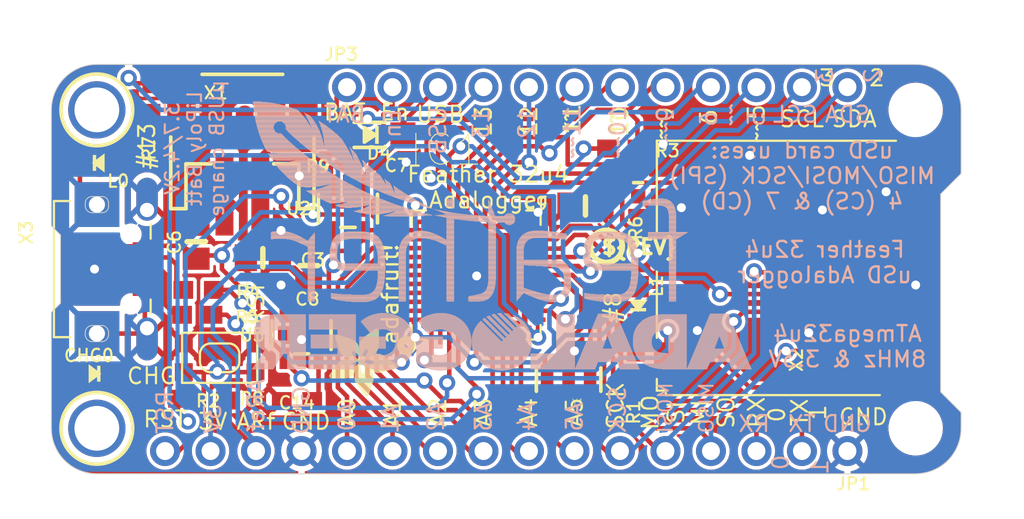
<source format=kicad_pcb>
(kicad_pcb (version 20221018) (generator pcbnew)
  (layers (0 "F.Cu" signal) (31 "B.Cu" signal) (34 "B.Paste" user) (35 "F.Paste" user) (36 "B.SilkS" user "B.Silkscreen") (37 "F.SilkS" user "F.Silkscreen") (38 "B.Mask" user) (39 "F.Mask" user) (44 "Edge.Cuts" user))
  (net 0 "")
  (net 1 "GND")
  (net 2 "D-")
  (net 3 "D+")
  (net 4 "MOSI")
  (net 5 "MISO")
  (net 6 "SCK")
  (net 7 "RST")
  (net 8 "N$11")
  (net 9 "N$12")
  (net 10 "A5")
  (net 11 "A4")
  (net 12 "A3")
  (net 13 "A2")
  (net 14 "A1")
  (net 15 "5")
  (net 16 "11")
  (net 17 "10")
  (net 18 "6")
  (net 19 "12")
  (net 20 "2")
  (net 21 "N$15")
  (net 22 "N$16")
  (net 23 "1")
  (net 24 "0")
  (net 25 "+3V3")
  (net 26 "VBUS")
  (net 27 "VBAT")
  (net 28 "N$2")
  (net 29 "AREF")
  (net 30 "13")
  (net 31 "A0")
  (net 32 "9")
  (net 33 "3")
  (net 34 "N$1")
  (net 35 "N$3")
  (net 36 "N$4")
  (net 37 "SD_CS")
  (net 38 "8")
  (net 39 "7")
  (net 40 "N$5")
  (net 41 "EN")
  (footprint "working:FIDUCIAL_1MM" (layer "F.Cu") (at 171.4083 109.3146 -90)
    (fp_text reference "U$35" hide)
    (fp_text value "FIDUCIAL\"\"" hide)
  )
  (footprint "working:SOT23-5" (layer "F.Cu") (at 137.0711 108.6866 180)
    (fp_text reference "U3")
    (fp_text value "MCP73831T-2ACI/OT")
  )
  (footprint "working:MOUNTINGHOLE_2.5_PLATED" (layer "F.Cu") (at 125.6411 113.8936 -90)
    (fp_text reference "U$32" hide)
    (fp_text value "MOUNTINGHOLE2.5" hide)
  )
  (footprint "working:0603-NO" (layer "F.Cu") (at 142.1681 101.1426 90)
    (fp_text reference "C7")
    (fp_text value "1uF")
  )
  (footprint "working:TQFN44_7MM" (layer "F.Cu") (at 146.819284 105.331994)
    (fp_text reference "IC1")
    (fp_text value "ATMEGA32U4-MU")
  )
  (footprint "working:0805-NO" (layer "F.Cu") (at 137.4671 104.8096 -90)
    (fp_text reference "C8")
    (fp_text value "10µF")
  )
  (footprint "working:0603-NO" (layer "F.Cu") (at 136.8171 112.3696 180)
    (fp_text reference "R8")
    (fp_text value "10K\\")
  )
  (footprint "working:0805-NO" (layer "F.Cu") (at 134.9121 104.3686)
    (fp_text reference "C3")
    (fp_text value "10µF")
  )
  (footprint "working:JSTPH2" (layer "F.Cu") (at 133.7691 97.1296)
    (fp_text reference "X1")
    (fp_text value "JSTPH")
  )
  (footprint "working:0603-NO" (layer "F.Cu") (at 131.250887 107.554913)
    (fp_text reference "R5")
    (fp_text value "22")
  )
  (footprint "working:FIDUCIAL_1MM" (layer "F.Cu") (at 133.8961 96.3676 -90)
    (fp_text reference "U$34" hide)
    (fp_text value "FIDUCIAL\"\"" hide)
  )
  (footprint "working:0603-NO" (layer "F.Cu") (at 154.9781 98.2726)
    (fp_text reference "R3")
    (fp_text value "100k")
  )
  (footprint "working:1X16_ROUND" (layer "F.Cu") (at 148.5011 115.1636 180)
    (fp_text reference "JP1")
    (fp_text value "")
  )
  (footprint "working:0603-NO" (layer "F.Cu") (at 131.3201 106.1656)
    (fp_text reference "R4")
    (fp_text value "22")
  )
  (footprint "working:PCBFEAT-REV-040" (layer "F.Cu") (at 154.0891 103.7336)
    (fp_text reference "U$5" hide)
    (fp_text value "" hide)
  )
  (footprint "working:0805-NO" (layer "F.Cu") (at 152.9239 101.478007 180)
    (fp_text reference "C9")
    (fp_text value "10uF")
  )
  (footprint "" (layer "F.Cu") (at 171.3611 113.8936)
    (fp_text reference "@HOLE1" hide)
    (fp_text value "")
  )
  (footprint "working:1X12_ROUND" (layer "F.Cu") (at 153.5811 94.8436)
    (fp_text reference "JP3")
    (fp_text value "")
  )
  (footprint "working:SOT23-5" (layer "F.Cu") (at 139.6619 101.6254 180)
    (fp_text reference "U2")
    (fp_text value "SPX3819-3.3")
  )
  (footprint "working:MICROSD" (layer "F.Cu") (at 157.0101 111.9886 90)
    (fp_text reference "X2")
    (fp_text value "microsd")
  )
  (footprint "" (layer "F.Cu") (at 171.3611 96.1136)
    (fp_text reference "@HOLE0" hide)
    (fp_text value "")
  )
  (footprint "working:CHIPLED_0805_NOOUTLINE" (layer "F.Cu") (at 125.7461 99.0746 90)
    (fp_text reference "L0")
    (fp_text value "RED")
  )
  (footprint "working:SOD-123" (layer "F.Cu") (at 140.8811 97.5106 180)
    (fp_text reference "D4")
    (fp_text value "MBR120")
  )
  (footprint "working:KMR2" (layer "F.Cu") (at 132.4991 109.9566 180)
    (fp_text reference "SW1" hide)
    (fp_text value "SPST_TACT-KMR2" hide)
  )
  (footprint "working:0603-NO" (layer "F.Cu") (at 155.7401 110.4646 -90)
    (fp_text reference "R1")
    (fp_text value "1K")
  )
  (footprint "working:0805-NO" (layer "F.Cu") (at 131.1891 103.4746 90)
    (fp_text reference "C6")
    (fp_text value "10µF")
  )
  (footprint "working:0603-NO" (layer "F.Cu") (at 140.5001 99.0092 180)
    (fp_text reference "R9")
    (fp_text value "100k")
  )
  (footprint "working:4UCONN_20329_V2" (layer "F.Cu") (at 127.5461 105.0036 -90)
    (fp_text reference "X3")
    (fp_text value "microUSB")
    (fp_line (start -4.05 2.15) (end -4.05 1.6) (stroke (width 0.05)) (layer "Edge.Cuts"))
    (fp_line (start -3.7 1.25) (end -3.5 1.25) (stroke (width 0.05)) (layer "Edge.Cuts"))
    (fp_line (start -3.5 2.55) (end -3.7 2.55) (stroke (width 0.05)) (layer "Edge.Cuts"))
    (fp_line (start -3.15 1.6) (end -3.15 2.15) (stroke (width 0.05)) (layer "Edge.Cuts"))
    (fp_line (start 3.15 2.2) (end 3.15 1.6) (stroke (width 0.05)) (layer "Edge.Cuts"))
    (fp_line (start 4.05 1.6) (end 4.05 2.2) (stroke (width 0.05)) (layer "Edge.Cuts"))
    (fp_arc (start -4.05 1.6) (mid -3.947487 1.352513) (end -3.7 1.25) (stroke (width 0.05)) (layer "Edge.Cuts"))
    (fp_arc (start -3.7 2.55) (mid -3.957843 2.422487) (end -4.05 2.15) (stroke (width 0.05)) (layer "Edge.Cuts"))
    (fp_arc (start -3.5 1.25) (mid -3.252513 1.352513) (end -3.15 1.6) (stroke (width 0.05)) (layer "Edge.Cuts"))
    (fp_arc (start -3.15 2.15) (mid -3.242157 2.422487) (end -3.5 2.55) (stroke (width 0.05)) (layer "Edge.Cuts"))
    (fp_arc (start 3.15 1.6) (mid 3.302513 1.331802) (end 3.6 1.25) (stroke (width 0.05)) (layer "Edge.Cuts"))
    (fp_arc (start 3.6 1.25) (mid 3.897487 1.331802) (end 4.05 1.6) (stroke (width 0.05)) (layer "Edge.Cuts"))
    (fp_arc (start 3.6 2.55) (mid 3.302513 2.468198) (end 3.15 2.2) (stroke (width 0.05)) (layer "Edge.Cuts"))
    (fp_arc (start 4.05 2.2) (mid 3.897487 2.468198) (end 3.6 2.55) (stroke (width 0.05)) (layer "Edge.Cuts"))
  )
  (footprint "working:MOUNTINGHOLE_2.5_PLATED" (layer "F.Cu") (at 125.6411 96.1136 -90)
    (fp_text reference "U$31" hide)
    (fp_text value "MOUNTINGHOLE2.5" hide)
  )
  (footprint "working:CHIPLED_0805_NOOUTLINE" (layer "F.Cu") (at 155.8671 107.0356 180)
    (fp_text reference "L1")
    (fp_text value "GREEN")
  )
  (footprint "working:0603-NO" (layer "F.Cu") (at 128.6891 95.4786 -90)
    (fp_text reference "R7")
    (fp_text value "2.2K")
  )
  (footprint "working:RESONATOR-SMD" (layer "F.Cu") (at 151.982706 111.173994 180)
    (fp_text reference "Y1")
    (fp_text value "8MHz")
  )
  (footprint "working:_0603MP" (layer "F.Cu") (at 155.8671 100.1776 -90)
    (fp_text reference "R6")
    (fp_text value "100K")
  )
  (footprint "working:CHIPLED_0805_NOOUTLINE" (layer "F.Cu") (at 125.5141 110.8456 -90)
    (fp_text reference "CHG0")
    (fp_text value "ORANGE")
  )
  (footprint "working:0603-NO" (layer "F.Cu") (at 133.6929 112.343007)
    (fp_text reference "C14")
    (fp_text value "1uF")
  )
  (footprint "working:ADAFRUIT_3.5MM" (layer "F.Cu") (at 138.5951 108.3056 -90)
    (fp_text reference "U$7" hide)
    (fp_text value "" hide)
  )
  (footprint "working:0603-NO" (layer "F.Cu") (at 129.3241 112.2426)
    (fp_text reference "R2")
    (fp_text value "1K")
  )
  (footprint "working:FEATHERLOGO" (layer "B.Cu") (at 158.6611 106.9086 180)
    (fp_text reference "U$4" hide)
    (fp_text value "" hide)
  )
  (footprint "working:ADALOGGER_LOGO" (layer "B.Cu") (at 162.2171 110.7186 180)
    (fp_text reference "U$6" hide)
    (fp_text value "" hide)
  )
  (gr_line (start 172.7581 100.8126) (end 173.9011 99.6696) (stroke (width 0.05)) (layer "Edge.Cuts"))
  (gr_arc (start 125.6411 116.4336) (mid 123.845049 115.689651) (end 123.1011 113.8936) (stroke (width 0.05)) (layer "Edge.Cuts"))
  (gr_line (start 123.6091 103.0986) (end 123.6091 106.9086) (stroke (width 0.05)) (layer "Edge.Cuts"))
  (gr_line (start 123.1011 107.4166) (end 123.1011 113.8936) (stroke (width 0.05)) (layer "Edge.Cuts"))
  (gr_line (start 172.7581 111.8616) (end 172.7581 100.8126) (stroke (width 0.05)) (layer "Edge.Cuts"))
  (gr_line (start 173.9011 113.0046) (end 172.7581 111.8616) (stroke (width 0.05)) (layer "Edge.Cuts"))
  (gr_line (start 123.1011 102.5906) (end 123.6091 103.0986) (stroke (width 0.05)) (layer "Edge.Cuts"))
  (gr_line (start 173.9011 113.8936) (end 173.9011 113.0046) (stroke (width 0.05)) (layer "Edge.Cuts"))
  (gr_arc (start 173.9011 113.8936) (mid 173.157151 115.689651) (end 171.3611 116.4336) (stroke (width 0.05)) (layer "Edge.Cuts"))
  (gr_line (start 173.9011 99.6696) (end 173.9011 96.1136) (stroke (width 0.05)) (layer "Edge.Cuts"))
  (gr_arc (start 123.1011 96.1136) (mid 123.845049 94.317549) (end 125.6411 93.5736) (stroke (width 0.05)) (layer "Edge.Cuts"))
  (gr_line (start 123.1011 96.1136) (end 123.1011 102.5906) (stroke (width 0.05)) (layer "Edge.Cuts"))
  (gr_line (start 125.6411 116.4336) (end 171.3611 116.4336) (stroke (width 0.05)) (layer "Edge.Cuts"))
  (gr_line (start 123.6091 106.9086) (end 123.1011 107.4166) (stroke (width 0.05)) (layer "Edge.Cuts"))
  (gr_line (start 171.3611 93.5736) (end 125.6411 93.5736) (stroke (width 0.05)) (layer "Edge.Cuts"))
  (gr_arc (start 171.3611 93.5736) (mid 173.157151 94.317549) (end 173.9011 96.1136) (stroke (width 0.05)) (layer "Edge.Cuts"))
  (gr_text "A3" (at 147.2311 113.2586 -270) (layer "B.SilkS") (effects (font (size 0.89408 0.89408) (thickness 0.12192)) (justify mirror)))
  (gr_text "SCK" (at 154.7241 112.8776 -270) (layer "B.SilkS") (effects (font (size 0.89408 0.89408) (thickness 0.12192)) (justify mirror)))
  (gr_text "TX" (at 165.0111 113.6396) (layer "B.SilkS") (effects (font (size 0.89408 0.89408) (thickness 0.12192)) (justify mirror)))
  (gr_text "uSD card uses:\nMISO/MOSI/SCK (SPI)\n4 (CS) & 7 (CD)" (at 165.0111 99.7966) (layer "B.SilkS") (effects (font (size 0.88392 0.88392) (thickness 0.13208)) (justify mirror)))
  (gr_text "0" (at 163.7411 115.7986 -90) (layer "B.SilkS") (effects (font (size 0.89408 0.89408) (thickness 0.12192)) (justify mirror)))
  (gr_text "ARef" (at 134.5311 112.6236 -270) (layer "B.SilkS") (effects (font (size 0.89408 0.89408) (thickness 0.12192)) (justify mirror)))
  (gr_text "A2" (at 144.5641 113.2586 -270) (layer "B.SilkS") (effects (font (size 0.89408 0.89408) (thickness 0.12192)) (justify mirror)))
  (gr_text "MISO" (at 159.6771 112.7506 -270) (layer "B.SilkS") (effects (font (size 0.78232 0.78232) (thickness 0.10668)) (justify mirror)))
  (gr_text "11~~" (at 152.1841 97.3836 -270) (layer "B.SilkS") (effects (font (size 0.89408 0.89408) (thickness 0.12192)) (justify mirror)))
  (gr_text "13" (at 147.1041 96.8756 -270) (layer "B.SilkS") (effects (font (size 0.89408 0.89408) (thickness 0.12192)) (justify mirror)))
  (gr_text "A5" (at 152.3111 113.2586 -270) (layer "B.SilkS") (effects (font (size 0.89408 0.89408) (thickness 0.12192)) (justify mirror)))
  (gr_text "~~" (at 161.0741 96.3676 -90) (layer "B.SilkS") (effects (font (size 0.89408 0.89408) (thickness 0.12192)) (justify mirror)))
  (gr_text "6" (at 159.8041 96.6216 -270) (layer "B.SilkS") (effects (font (size 0.89408 0.89408) (thickness 0.12192)) (justify mirror)))
  (gr_text "SDA" (at 167.5511 96.3676) (layer "B.SilkS") (effects (font (size 0.89408 0.89408) (thickness 0.12192)) (justify mirror)))
  (gr_text "GND" (at 137.0711 112.8776 -270) (layer "B.SilkS") (effects (font (size 0.89408 0.89408) (thickness 0.12192)) (justify mirror)))
  (gr_text "A4" (at 149.6441 113.2586 -270) (layer "B.SilkS") (effects (font (size 0.89408 0.89408) (thickness 0.12192)) (justify mirror)))
  (gr_text "SCL" (at 164.6301 96.3676) (layer "B.SilkS") (effects (font (size 0.89408 0.89408) (thickness 0.12192)) (justify mirror)))
  (gr_text "A0" (at 139.6111 113.2586 -270) (layer "B.SilkS") (effects (font (size 0.89408 0.89408) (thickness 0.12192)) (justify mirror)))
  (gr_text "10~~" (at 154.7241 97.3836 -270) (layer "B.SilkS") (effects (font (size 0.89408 0.89408) (thickness 0.12192)) (justify mirror)))
  (gr_text "Feather 32u4\nuSD Adalogger" (at 166.2811 104.6226) (layer "B.SilkS") (effects (font (size 0.88392 0.88392) (thickness 0.13208)) (justify mirror)))
  (gr_text "12" (at 149.6441 96.8756 -270) (layer "B.SilkS") (effects (font (size 0.89408 0.89408) (thickness 0.12192)) (justify mirror)))
  (gr_text "MOSI" (at 157.3911 112.7506 -270) (layer "B.SilkS") (effects (font (size 0.78232 0.78232) (thickness 0.10668)) (justify mirror)))
  (gr_text "3V" (at 132.1181 113.3856 -270) (layer "B.SilkS") (effects (font (size 0.89408 0.89408) (thickness 0.12192)) (justify mirror)))
  (gr_text "1" (at 166.0271 116.0526 -270) (layer "B.SilkS") (effects (font (size 0.89408 0.89408) (thickness 0.12192)) (justify mirror)))
  (gr_text "2" (at 168.9481 94.2086 -270) (layer "B.SilkS") (effects (font (size 0.89408 0.89408) (thickness 0.12192)) (justify mirror)))
  (gr_text "En" (at 142.1511 96.8756 -270) (layer "B.SilkS") (effects (font (size 0.89408 0.89408) (thickness 0.12192)) (justify mirror)))
  (gr_text "RST" (at 129.4511 113.0046 -270) (layer "B.SilkS") (effects (font (size 0.89408 0.89408) (thickness 0.12192)) (justify mirror)))
  (gr_text "GND" (at 167.5511 113.6396) (layer "B.SilkS") (effects (font (size 0.89408 0.89408) (thickness 0.12192)) (justify mirror)))
  (gr_text "RX" (at 162.3441 113.6396) (layer "B.SilkS") (effects (font (size 0.89408 0.89408) (thickness 0.12192)) (justify mirror)))
  (gr_text "5" (at 162.4711 96.6216 -270) (layer "B.SilkS") (effects (font (size 0.89408 0.89408) (thickness 0.12192)) (justify mirror)))
  (gr_text "9~~" (at 157.3911 97.0026 -270) (layer "B.SilkS") (effects (font (size 0.89408 0.89408) (thickness 0.12192)) (justify mirror)))
  (gr_text "BAT" (at 139.4841 96.3676) (layer "B.SilkS") (effects (font (size 0.89408 0.89408) (thickness 0.12192)) (justify mirror)))
  (gr_text "A1" (at 142.0241 113.3856 -270) (layer "B.SilkS") (effects (font (size 0.89408 0.89408) (thickness 0.12192)) (justify mirror)))
  (gr_text "ATmega32u4\n8MHz & 3.3V" (at 167.5511 109.3216) (layer "B.SilkS") (effects (font (size 0.88392 0.88392) (thickness 0.13208)) (justify mirror)))
  (gr_text "3.7/4.2V\nLiPoly Batt\nµUSB charge" (at 131.1021 98.2726 -270) (layer "B.SilkS") (effects (font (size 0.77343 0.77343) (thickness 0.11557)) (justify mirror)))
  (gr_text "3" (at 166.2811 94.2086 -270) (layer "B.SilkS") (effects (font (size 0.89408 0.89408) (thickness 0.12192)) (justify mirror)))
  (gr_text "USB" (at 144.6911 97.2566 -270) (layer "B.SilkS") (effects (font (size 0.89408 0.89408) (thickness 0.12192)) (justify mirror)))
  (gr_text "SCL" (at 165.0111 96.6216) (layer "F.SilkS") (effects (font (size 0.89408 0.89408) (thickness 0.12192))))
  (gr_text "RST" (at 129.4511 113.3856) (layer "F.SilkS") (effects (font (size 0.89408 0.89408) (thickness 0.12192))))
  (gr_text "A0" (at 139.6111 113.0046 90) (layer "F.SilkS") (effects (font (size 0.89408 0.89408) (thickness 0.12192))))
  (gr_text "1" (at 165.9001 113.0046 90) (layer "F.SilkS") (effects (font (size 0.89408 0.89408) (thickness 0.12192))))
  (gr_text "MI\nSO" (at 160.0581 113.0046 90) (layer "F.SilkS") (effects (font (size 0.89408 0.89408) (thickness 0.12192))))
  (gr_text "SCK" (at 154.5971 112.6236 90) (layer "F.SilkS") (effects (font (size 0.89408 0.89408) (thickness 0.12192))))
  (gr_text "A1" (at 142.1511 113.0046 90) (layer "F.SilkS") (effects (font (size 0.89408 0.89408) (thickness 0.12192))))
  (gr_text "3V" (at 132.1181 113.5126) (layer "F.SilkS") (effects (font (size 0.89408 0.89408) (thickness 0.12192))))
  (gr_text "3" (at 166.4081 94.3356) (layer "F.SilkS") (effects (font (size 0.89408 0.89408) (thickness 0.12192))))
  (gr_text "~~5" (at 162.4711 96.8756 90) (layer "F.SilkS") (effects (font (size 0.89408 0.89408) (thickness 0.12192))))
  (gr_text "2" (at 169.2021 94.3356) (layer "F.SilkS") (effects (font (size 0.89408 0.89408) (thickness 0.12192))))
  (gr_text "TX" (at 164.8841 113.0046 90) (layer "F.SilkS") (effects (font (size 0.89408 0.89408) (thickness 0.12192))))
  (gr_text "~~" (at 151.8031 96.7486 90) (layer "F.SilkS") (effects (font (size 0.89408 0.89408) (thickness 0.12192))))
  (gr_text "A5" (at 152.3111 113.0046 90) (layer "F.SilkS") (effects (font (size 0.89408 0.89408) (thickness 0.12192))))
  (gr_text "GND" (at 137.3251 113.5126) (layer "F.SilkS") (effects (font (size 0.89408 0.89408) (thickness 0.12192))))
  (gr_text "#13" (at 128.4351 98.1456 90) (layer "F.SilkS") (effects (font (size 0.89408 0.89408) (thickness 0.12192))))
  (gr_text "A4" (at 149.7711 113.0046 90) (layer "F.SilkS") (effects (font (size 0.89408 0.89408) (thickness 0.12192))))
  (gr_text "RX" (at 162.4711 113.0046 90) (layer "F.SilkS") (effects (font (size 0.89408 0.89408) (thickness 0.12192))))
  (gr_text "~~" (at 157.1371 97.1296 90) (layer "F.SilkS") (effects (font (size 0.89408 0.89408) (thickness 0.12192))))
  (gr_text "USB" (at 144.8181 96.3676) (layer "F.SilkS") (effects (font (size 0.89408 0.89408) (thickness 0.12192))))
  (gr_text "CHG" (at 128.6891 110.9726) (layer "F.SilkS") (effects (font (size 0.89408 0.89408) (thickness 0.12192))))
  (gr_text "MO\nSI" (at 157.2641 113.0046 90) (layer "F.SilkS") (effects (font (size 0.89408 0.89408) (thickness 0.12192))))
  (gr_text "RST" (at 134.5311 106.9086 90) (layer "F.SilkS") (effects (font (size 0.89408 0.89408) (thickness 0.12192))))
  (gr_text "A3" (at 147.2311 113.0046 90) (layer "F.SilkS") (effects (font (size 0.89408 0.89408) (thickness 0.12192))))
  (gr_text "9" (at 157.3911 96.3676 90) (layer "F.SilkS") (effects (font (size 0.89408 0.89408) (thickness 0.12192))))
  (gr_text "10" (at 154.8511 96.7486 90) (layer "F.SilkS") (effects (font (size 0.89408 0.89408) (thickness 0.12192))))
  (gr_text "11" (at 152.1841 96.6216 90) (layer "F.SilkS") (effects (font (size 0.89408 0.89408) (thickness 0.12192))))
  (gr_text "adafruit!" (at 142.0241 106.4006 90) (layer "F.SilkS") (effects (font (size 0.88392 0.88392) (thickness 0.13208))))
  (gr_text "En" (at 142.2781 96.2406) (layer "F.SilkS") (effects (font (size 0.89408 0.89408) (thickness 0.12192))))
  (gr_text "0" (at 163.6141 113.1316 90) (layer "F.SilkS") (effects (font (size 0.89408 0.89408) (thickness 0.12192))))
  (gr_text "Feather 32u4\nAdalogger\n" (at 147.4851 100.4316) (layer "F.SilkS") (effects (font (size 0.89408 0.89408) (thickness 0.12192))))
  (gr_text "SDA" (at 167.9321 96.6216) (layer "F.SilkS") (effects (font (size 0.89408 0.89408) (thickness 0.12192))))
  (gr_text "#8" (at 154.4701 107.1626 90) (layer "F.SilkS") (effects (font (size 0.89408 0.89408) (thickness 0.12192))))
  (gr_text "12" (at 149.7711 96.7486 90) (layer "F.SilkS") (effects (font (size 0.89408 0.89408) (thickness 0.12192))))
  (gr_text "GND" (at 168.4401 113.2586) (layer "F.SilkS") (effects (font (size 0.89408 0.89408) (thickness 0.12192))))
  (gr_text "~~" (at 154.3431 96.8756 90) (layer "F.SilkS") (effects (font (size 0.89408 0.89408) (thickness 0.12192))))
  (gr_text "A2" (at 144.6911 113.0046 90) (layer "F.SilkS") (effects (font (size 0.89408 0.89408) (thickness 0.12192))))
  (gr_text "13" (at 147.2311 96.7486 90) (layer "F.SilkS") (effects (font (size 0.89408 0.89408) (thickness 0.12192))))
  (gr_text "6" (at 159.8041 96.4946 90) (layer "F.SilkS") (effects (font (size 0.89408 0.89408) (thickness 0.12192))))
  (gr_text "ARf" (at 134.5311 113.5126) (layer "F.SilkS") (effects (font (size 0.89408 0.89408) (thickness 0.12192))))
  (gr_text "BAT" (at 139.4841 96.2406) (layer "F.SilkS") (effects (font (size 0.89408 0.89408) (thickness 0.12192))))
  (segment (start 149.319284 102.788416) (end 146.9771 105.1306) (width 0.254) (layer "F.Cu") (net 1))
  (segment (start 146.9771 105.2576) (end 146.8501 105.3846) (width 0.254) (layer "F.Cu") (net 1))
  (segment (start 148.178493 106.331994) (end 146.9771 105.1306) (width 0.254) (layer "F.Cu") (net 1))
  (segment (start 137.0711 105.7596) (end 137.4671 105.7596) (width 0.254) (layer "F.Cu") (net 1))
  (segment (start 146.319284 105.915416) (end 146.8501 105.3846) (width 0.254) (layer "F.Cu") (net 1))
  (segment (start 146.8501 105.3846) (end 146.8501 105.8926) (width 0.254) (layer "F.Cu") (net 1))
  (segment (start 135.4201 109.9566) (end 135.4201 111.2266) (width 0.254) (layer "F.Cu") (net 1))
  (segment (start 145.178493 103.331994) (end 146.9771 105.1306) (width 0.254) (layer "F.Cu") (net 1))
  (segment (start 150.294284 106.331994) (end 148.178493 106.331994) (width 0.254) (layer "F.Cu") (net 1))
  (segment (start 137.0711 107.3865) (end 137.0711 105.7596) (width 0.254) (layer "F.Cu") (net 1))
  (segment (start 146.8501 105.8926) (end 145.410706 107.331994) (width 0.254) (layer "F.Cu") (net 1))
  (segment (start 134.6201 109.1566) (end 135.4201 109.9566) (width 0.254) (layer "F.Cu") (net 1))
  (segment (start 149.319284 101.856994) (end 149.319284 102.788416) (width 0.254) (layer "F.Cu") (net 1))
  (segment (start 128.3211 106.3036) (end 128.3211 108.1786) (width 0.254) (layer "F.Cu") (net 1))
  (segment (start 125.6461 108.6036) (end 128.1461 108.6036) (width 0.254) (layer "F.Cu") (net 1))
  (segment (start 134.4991 109.1566) (end 134.6201 109.1566) (width 0.254) (layer "F.Cu") (net 1))
  (segment (start 143.344284 103.331994) (end 145.178493 103.331994) (width 0.254) (layer "F.Cu") (net 1))
  (segment (start 146.319284 108.806994) (end 146.319284 105.915416) (width 0.254) (layer "F.Cu") (net 1))
  (segment (start 124.6961 101.4036) (end 125.6461 101.4036) (width 0.254) (layer "F.Cu") (net 1))
  (segment (start 124.6961 99.0746) (end 124.6961 101.4036) (width 0.254) (layer "F.Cu") (net 1))
  (segment (start 128.1461 108.6036) (end 128.4461 108.3036) (width 0.254) (layer "F.Cu") (net 1))
  (segment (start 146.9771 105.1306) (end 146.9771 105.2576) (width 0.254) (layer "F.Cu") (net 1))
  (segment (start 128.3211 108.1786) (end 128.4461 108.3036) (width 0.254) (layer "F.Cu") (net 1))
  (segment (start 143.344284 107.331994) (end 145.410706 107.331994) (width 0.254) (layer "F.Cu") (net 1))
  (via (at 159.1691 108.4326) (size 0.9064) (drill 0.5) (layers "F.Cu" "B.Cu") (net 1))
  (via (at 169.7101 100.6856) (size 0.9064) (drill 0.5) (layers "F.Cu" "B.Cu") (net 1))
  (via (at 162.0901 98.6536) (size 0.9064) (drill 0.5) (layers "F.Cu" "B.Cu") (net 1))
  (via (at 157.2641 98.0186) (size 0.9064) (drill 0.5) (layers "F.Cu" "B.Cu") (net 1))
  (via (at 171.3611 105.8926) (size 0.9064) (drill 0.5) (layers "F.Cu" "B.Cu") (net 1))
  (via (at 165.3921 108.5596) (size 0.9064) (drill 0.5) (layers "F.Cu" "B.Cu") (net 1))
  (via (at 150.2791 101.8286) (size 0.9064) (drill 0.5) (layers "F.Cu" "B.Cu") (net 1))
  (via (at 125.5141 105.0036) (size 0.9064) (drill 0.5) (layers "F.Cu" "B.Cu") (net 1))
  (via (at 137.0711 108.9406) (size 0.9064) (drill 0.5) (layers "F.Cu" "B.Cu") (net 1))
  (via (at 136.9441 99.7966) (size 0.9064) (drill 0.5) (layers "F.Cu" "B.Cu") (net 1))
  (via (at 152.3111 109.5756) (size 0.9064) (drill 0.5) (layers "F.Cu" "B.Cu") (net 1))
  (via (at 158.2801 101.5746) (size 0.9064) (drill 0.5) (layers "F.Cu" "B.Cu") (net 1))
  (via (at 142.9131 99.0346) (size 0.9064) (drill 0.5) (layers "F.Cu" "B.Cu") (net 1))
  (via (at 146.8501 105.3846) (size 0.9064) (drill 0.5) (layers "F.Cu" "B.Cu") (net 1))
  (via (at 166.1541 101.7016) (size 0.9064) (drill 0.5) (layers "F.Cu" "B.Cu") (net 1))
  (via (at 135.9281 102.8446) (size 0.9064) (drill 0.5) (layers "F.Cu" "B.Cu") (net 1))
  (via (at 135.9281 105.8926) (size 0.9064) (drill 0.5) (layers "F.Cu" "B.Cu") (net 1))
  (segment (start 132.1701 106.1656) (end 133.0261 106.1656) (width 0.254) (layer "F.Cu") (net 2))
  (segment (start 133.0261 106.1656) (end 133.7691 106.9086) (width 0.254) (layer "F.Cu") (net 2))
  (segment (start 145.319284 108.806994) (end 145.319284 111.233416) (width 0.254) (layer "F.Cu") (net 2))
  (segment (start 145.319284 111.233416) (end 145.1991 111.3536) (width 0.254) (layer "F.Cu") (net 2))
  (via (at 145.1991 111.3536) (size 0.9064) (drill 0.5) (layers "F.Cu" "B.Cu") (net 2))
  (via (at 133.7691 106.9086) (size 0.9064) (drill 0.5) (layers "F.Cu" "B.Cu") (net 2))
  (segment (start 135.1661 112.7506) (end 144.5641 112.7506) (width 0.254) (layer "B.Cu") (net 2))
  (segment (start 134.6581 112.2426) (end 134.6581 107.7976) (width 0.254) (layer "B.Cu") (net 2))
  (segment (start 145.1991 112.1156) (end 145.1991 111.3536) (width 0.254) (layer "B.Cu") (net 2))
  (segment (start 134.6581 107.7976) (end 133.7691 106.9086) (width 0.254) (layer "B.Cu") (net 2))
  (segment (start 135.1661 112.7506) (end 134.6581 112.2426) (width 0.254) (layer "B.Cu") (net 2))
  (segment (start 144.5641 112.7506) (end 145.1991 112.1156) (width 0.254) (layer "B.Cu") (net 2))
  (segment (start 145.819284 108.806994) (end 145.819284 110.576785) (width 0.254) (layer "F.Cu") (net 3))
  (segment (start 132.100887 107.554913) (end 132.891412 107.554913) (width 0.254) (layer "F.Cu") (net 3))
  (segment (start 145.819284 110.576785) (end 146.8501 111.6076) (width 0.254) (layer "F.Cu") (net 3))
  (segment (start 132.891412 107.554913) (end 133.3881 108.0516) (width 0.254) (layer "F.Cu") (net 3))
  (segment (start 146.8501 111.6076) (end 146.8501 111.9886) (width 0.254) (layer "F.Cu") (net 3))
  (via (at 146.8501 111.9886) (size 0.9064) (drill 0.5) (layers "F.Cu" "B.Cu") (net 3))
  (via (at 133.3881 108.0516) (size 0.9064) (drill 0.5) (layers "F.Cu" "B.Cu") (net 3))
  (segment (start 134.1501 112.4966) (end 134.1501 108.8136) (width 0.254) (layer "B.Cu") (net 3))
  (segment (start 135.0391 113.3856) (end 145.4531 113.3856) (width 0.254) (layer "B.Cu") (net 3))
  (segment (start 135.0391 113.3856) (end 134.1501 112.4966) (width 0.254) (layer "B.Cu") (net 3))
  (segment (start 145.4531 113.3856) (end 146.8501 111.9886) (width 0.254) (layer "B.Cu") (net 3))
  (segment (start 133.3881 108.0516) (end 134.1501 108.8136) (width 0.254) (layer "B.Cu") (net 3))
  (segment (start 148.819284 108.806994) (end 148.819284 112.560785) (width 0.254) (layer "F.Cu") (net 4))
  (segment (start 157.0101 115.1636) (end 157.3911 115.1636) (width 0.254) (layer "F.Cu") (net 4))
  (segment (start 162.4821 105.1306) (end 162.3441 105.1306) (width 0.254) (layer "F.Cu") (net 4))
  (segment (start 162.5401 105.1886) (end 167.6501 105.1886) (width 0.254) (layer "F.Cu") (net 4))
  (segment (start 148.819284 112.560785) (end 149.1361 112.8776) (width 0.254) (layer "F.Cu") (net 4))
  (segment (start 155.7401 113.8936) (end 157.0101 115.1636) (width 0.254) (layer "F.Cu") (net 4))
  (segment (start 151.5491 112.8776) (end 152.0571 113.3856) (width 0.254) (layer "F.Cu") (net 4))
  (segment (start 153.0731 113.3856) (end 153.5811 113.8936) (width 0.254) (layer "F.Cu") (net 4))
  (segment (start 153.5811 113.8936) (end 155.7401 113.8936) (width 0.254) (layer "F.Cu") (net 4))
  (segment (start 162.5401 105.1886) (end 162.4821 105.1306) (width 0.254) (layer "F.Cu") (net 4))
  (segment (start 149.1361 112.8776) (end 151.5491 112.8776) (width 0.254) (layer "F.Cu") (net 4))
  (segment (start 152.0571 113.3856) (end 153.0731 113.3856) (width 0.254) (layer "F.Cu") (net 4))
  (via (at 162.3441 105.1306) (size 0.9064) (drill 0.5) (layers "F.Cu" "B.Cu") (net 4))
  (segment (start 162.3441 109.7026) (end 162.3441 105.1306) (width 0.254) (layer "B.Cu") (net 4))
  (segment (start 157.3911 114.6556) (end 162.3441 109.7026) (width 0.254) (layer "B.Cu") (net 4))
  (segment (start 157.3911 114.6556) (end 157.3911 115.1636) (width 0.254) (layer "B.Cu") (net 4))
  (segment (start 167.6371 109.5756) (end 167.6501 109.5886) (width 0.254) (layer "F.Cu") (net 5))
  (segment (start 156.3751 113.3856) (end 156.8831 113.8936) (width 0.254) (layer "F.Cu") (net 5))
  (segment (start 156.8831 113.8936) (end 159.1691 113.8936) (width 0.254) (layer "F.Cu") (net 5))
  (segment (start 152.3111 112.8776) (end 153.3271 112.8776) (width 0.254) (layer "F.Cu") (net 5))
  (segment (start 149.319284 108.806994) (end 149.319284 112.298785) (width 0.254) (layer "F.Cu") (net 5))
  (segment (start 153.3271 112.8776) (end 153.8351 113.3856) (width 0.254) (layer "F.Cu") (net 5))
  (segment (start 149.3901 112.3696) (end 151.8031 112.3696) (width 0.254) (layer "F.Cu") (net 5))
  (segment (start 159.9311 114.6556) (end 159.9311 115.1636) (width 0.254) (layer "F.Cu") (net 5))
  (segment (start 149.319284 112.298785) (end 149.3901 112.3696) (width 0.254) (layer "F.Cu") (net 5))
  (segment (start 153.8351 113.3856) (end 156.3751 113.3856) (width 0.254) (layer "F.Cu") (net 5))
  (segment (start 151.8031 112.3696) (end 152.3111 112.8776) (width 0.254) (layer "F.Cu") (net 5))
  (segment (start 164.1221 109.5756) (end 167.6371 109.5756) (width 0.254) (layer "F.Cu") (net 5))
  (segment (start 159.1691 113.8936) (end 159.9311 114.6556) (width 0.254) (layer "F.Cu") (net 5))
  (via (at 164.1221 109.5756) (size 0.9064) (drill 0.5) (layers "F.Cu" "B.Cu") (net 5))
  (segment (start 159.9311 113.7666) (end 164.1221 109.5756) (width 0.254) (layer "B.Cu") (net 5))
  (segment (start 159.9311 115.1636) (end 159.9311 113.7666) (width 0.254) (layer "B.Cu") (net 5))
  (segment (start 148.319284 112.822785) (end 148.8821 113.3856) (width 0.254) (layer "F.Cu") (net 6))
  (segment (start 151.8031 113.8936) (end 152.8191 113.8936) (width 0.254) (layer "F.Cu") (net 6))
  (segment (start 151.2951 113.3856) (end 151.8031 113.8936) (width 0.254) (layer "F.Cu") (net 6))
  (segment (start 148.319284 108.806994) (end 148.319284 112.822785) (width 0.254) (layer "F.Cu") (net 6))
  (segment (start 152.8191 113.8936) (end 154.0891 115.1636) (width 0.254) (layer "F.Cu") (net 6))
  (segment (start 154.0891 115.1636) (end 154.8511 115.1636) (width 0.254) (layer "F.Cu") (net 6))
  (segment (start 161.2011 107.9246) (end 161.7371 107.3886) (width 0.254) (layer "F.Cu") (net 6))
  (segment (start 148.8821 113.3856) (end 151.2951 113.3856) (width 0.254) (layer "F.Cu") (net 6))
  (segment (start 161.7371 107.3886) (end 167.6501 107.3886) (width 0.254) (layer "F.Cu") (net 6))
  (via (at 161.2011 107.9246) (size 0.9064) (drill 0.5) (layers "F.Cu" "B.Cu") (net 6))
  (segment (start 154.7241 115.0366) (end 154.8511 115.1636) (width 0.254) (layer "B.Cu") (net 6))
  (segment (start 155.6131 115.0366) (end 161.2011 109.4486) (width 0.254) (layer "B.Cu") (net 6))
  (segment (start 161.2011 109.4486) (end 161.2011 107.9246) (width 0.254) (layer "B.Cu") (net 6))
  (segment (start 154.7241 115.0366) (end 155.6131 115.0366) (width 0.254) (layer "B.Cu") (net 6))
  (segment (start 129.4511 115.1636) (end 129.5781 115.1636) (width 0.254) (layer "F.Cu") (net 7))
  (segment (start 151.4221 107.7976) (end 151.8031 107.7976) (width 0.254) (layer "F.Cu") (net 7))
  (segment (start 132.3721 110.7566) (end 134.4991 110.7566) (width 0.254) (layer "F.Cu") (net 7))
  (segment (start 132.3721 110.7566) (end 132.3721 110.7186) (width 0.254) (layer "F.Cu") (net 7))
  (segment (start 130.4991 110.7566) (end 131.6101 110.7566) (width 0.254) (layer "F.Cu") (net 7))
  (segment (start 130.2131 115.1636) (end 129.4511 115.1636) (width 0.254) (layer "F.Cu") (net 7))
  (segment (start 150.956493 107.331994) (end 151.4221 107.7976) (width 0.254) (layer "F.Cu") (net 7))
  (segment (start 131.6101 113.7666) (end 131.6101 110.7566) (width 0.254) (layer "F.Cu") (net 7))
  (segment (start 131.6101 113.7666) (end 130.2131 115.1636) (width 0.254) (layer "F.Cu") (net 7))
  (segment (start 150.294284 107.331994) (end 150.956493 107.331994) (width 0.254) (layer "F.Cu") (net 7))
  (segment (start 131.6101 110.7566) (end 132.3721 110.7566) (width 0.254) (layer "F.Cu") (net 7))
  (via (at 132.3721 110.7186) (size 0.9064) (drill 0.5) (layers "F.Cu" "B.Cu") (net 7))
  (via (at 151.8031 107.7976) (size 0.9064) (drill 0.5) (layers "F.Cu" "B.Cu") (net 7))
  (segment (start 131.4831 106.9086) (end 131.4831 109.3216) (width 0.254) (layer "B.Cu") (net 7))
  (segment (start 139.6111 105.7656) (end 140.7541 104.6226) (width 0.254) (layer "B.Cu") (net 7))
  (segment (start 131.4831 109.3216) (end 132.3721 110.2106) (width 0.254) (layer "B.Cu") (net 7))
  (segment (start 140.7541 99.5426) (end 142.1511 98.1456) (width 0.254) (layer "B.Cu") (net 7))
  (segment (start 132.3721 110.2106) (end 132.3721 110.7186) (width 0.254) (layer "B.Cu") (net 7))
  (segment (start 137.3251 105.7656) (end 136.4361 104.8766) (width 0.254) (layer "B.Cu") (net 7))
  (segment (start 151.1681 100.9396) (end 151.1681 104.8766) (width 0.254) (layer "B.Cu") (net 7))
  (segment (start 148.6281 100.9396) (end 151.1681 100.9396) (width 0.254) (layer "B.Cu") (net 7))
  (segment (start 144.5641 98.1456) (end 145.4531 99.0346) (width 0.254) (layer "B.Cu") (net 7))
  (segment (start 152.4381 106.1466) (end 152.4381 107.1626) (width 0.254) (layer "B.Cu") (net 7))
  (segment (start 133.5151 104.8766) (end 131.4831 106.9086) (width 0.254) (layer "B.Cu") (net 7))
  (segment (start 146.7231 99.0346) (end 145.4531 99.0346) (width 0.254) (layer "B.Cu") (net 7))
  (segment (start 136.4361 104.8766) (end 133.5151 104.8766) (width 0.254) (layer "B.Cu") (net 7))
  (segment (start 140.7541 104.6226) (end 140.7541 99.5426) (width 0.254) (layer "B.Cu") (net 7))
  (segment (start 151.1681 104.8766) (end 152.4381 106.1466) (width 0.254) (layer "B.Cu") (net 7))
  (segment (start 152.4381 107.1626) (end 151.8031 107.7976) (width 0.254) (layer "B.Cu") (net 7))
  (segment (start 148.6281 100.9396) (end 146.7231 99.0346) (width 0.254) (layer "B.Cu") (net 7))
  (segment (start 139.6111 105.7656) (end 137.3251 105.7656) (width 0.254) (layer "B.Cu") (net 7))
  (segment (start 144.5641 98.1456) (end 142.1511 98.1456) (width 0.254) (layer "B.Cu") (net 7))
  (segment (start 152.6921 108.3056) (end 152.3111 108.6866) (width 0.254) (layer "F.Cu") (net 8))
  (segment (start 150.6601 109.8296) (end 150.6601 111.051388) (width 0.254) (layer "F.Cu") (net 8))
  (segment (start 150.294284 105.831994) (end 151.869493 105.831994) (width 0.254) (layer "F.Cu") (net 8))
  (segment (start 151.869493 105.831994) (end 152.6921 106.6546) (width 0.254) (layer "F.Cu") (net 8))
  (segment (start 151.8031 108.6866) (end 150.6601 109.8296) (width 0.254) (layer "F.Cu") (net 8))
  (segment (start 152.6921 106.6546) (end 152.6921 108.3056) (width 0.254) (layer "F.Cu") (net 8))
  (segment (start 152.3111 108.6866) (end 151.8031 108.6866) (width 0.254) (layer "F.Cu") (net 8))
  (segment (start 150.6601 111.051388) (end 150.782706 111.173994) (width 0.254) (layer "F.Cu") (net 8))
  (segment (start 150.294284 105.331994) (end 152.188493 105.331994) (width 0.254) (layer "F.Cu") (net 9))
  (segment (start 153.2001 111.173994) (end 153.182706 111.173994) (width 0.254) (layer "F.Cu") (net 9))
  (segment (start 153.2001 106.3436) (end 153.2001 111.173994) (width 0.254) (layer "F.Cu") (net 9))
  (segment (start 152.188493 105.331994) (end 153.2001 106.3436) (width 0.254) (layer "F.Cu") (net 9))
  (segment (start 144.1831 112.8776) (end 141.7701 110.4646) (width 0.254) (layer "F.Cu") (net 10))
  (segment (start 147.9931 113.3856) (end 146.2151 113.3856) (width 0.254) (layer "F.Cu") (net 10))
  (segment (start 150.5331 113.8936) (end 148.5011 113.8936) (width 0.254) (layer "F.Cu") (net 10))
  (segment (start 141.7701 106.9086) (end 142.346706 106.331994) (width 0.254) (layer "F.Cu") (net 10))
  (segment (start 151.8031 115.1636) (end 150.5331 113.8936) (width 0.254) (layer "F.Cu") (net 10))
  (segment (start 142.346706 106.331994) (end 143.344284 106.331994) (width 0.254) (layer "F.Cu") (net 10))
  (segment (start 141.7701 110.4646) (end 141.7701 106.9086) (width 0.254) (layer "F.Cu") (net 10))
  (segment (start 146.2151 113.3856) (end 145.7071 112.8776) (width 0.254) (layer "F.Cu") (net 10))
  (segment (start 148.5011 113.8936) (end 147.9931 113.3856) (width 0.254) (layer "F.Cu") (net 10))
  (segment (start 152.3111 115.1636) (end 151.8031 115.1636) (width 0.254) (layer "F.Cu") (net 10))
  (segment (start 145.7071 112.8776) (end 144.1831 112.8776) (width 0.254) (layer "F.Cu") (net 10))
  (segment (start 141.2621 110.7186) (end 143.9291 113.3856) (width 0.254) (layer "F.Cu") (net 11))
  (segment (start 142.084706 105.831994) (end 141.2621 106.6546) (width 0.254) (layer "F.Cu") (net 11))
  (segment (start 143.9291 113.3856) (end 145.4531 113.3856) (width 0.254) (layer "F.Cu") (net 11))
  (segment (start 143.344284 105.831994) (end 142.084706 105.831994) (width 0.254) (layer "F.Cu") (net 11))
  (segment (start 145.9611 113.8936) (end 147.7391 113.8936) (width 0.254) (layer "F.Cu") (net 11))
  (segment (start 141.2621 106.6546) (end 141.2621 110.7186) (width 0.254) (layer "F.Cu") (net 11))
  (segment (start 147.7391 113.8936) (end 149.0091 115.1636) (width 0.254) (layer "F.Cu") (net 11))
  (segment (start 149.0091 115.1636) (end 149.7711 115.1636) (width 0.254) (layer "F.Cu") (net 11))
  (segment (start 145.4531 113.3856) (end 145.9611 113.8936) (width 0.254) (layer "F.Cu") (net 11))
  (segment (start 140.7541 110.9726) (end 140.7541 106.4006) (width 0.254) (layer "F.Cu") (net 12))
  (segment (start 141.822706 105.331994) (end 143.344284 105.331994) (width 0.254) (layer "F.Cu") (net 12))
  (segment (start 143.6751 113.8936) (end 140.7541 110.9726) (width 0.254) (layer "F.Cu") (net 12))
  (segment (start 146.4691 115.1636) (end 145.1991 113.8936) (width 0.254) (layer "F.Cu") (net 12))
  (segment (start 147.2311 115.1636) (end 146.4691 115.1636) (width 0.254) (layer "F.Cu") (net 12))
  (segment (start 145.1991 113.8936) (end 143.6751 113.8936) (width 0.254) (layer "F.Cu") (net 12))
  (segment (start 140.7541 106.4006) (end 141.822706 105.331994) (width 0.254) (layer "F.Cu") (net 12))
  (segment (start 140.1191 106.2736) (end 141.560706 104.831994) (width 0.254) (layer "F.Cu") (net 13))
  (segment (start 140.1191 111.0996) (end 140.1191 106.2736) (width 0.254) (layer "F.Cu") (net 13))
  (segment (start 141.560706 104.831994) (end 143.344284 104.831994) (width 0.254) (layer "F.Cu") (net 13))
  (segment (start 144.1831 115.1636) (end 140.1191 111.0996) (width 0.254) (layer "F.Cu") (net 13))
  (segment (start 144.6911 115.1636) (end 144.1831 115.1636) (width 0.254) (layer "F.Cu") (net 13))
  (segment (start 141.298706 104.331994) (end 139.6111 106.0196) (width 0.254) (layer "F.Cu") (net 14))
  (segment (start 139.6111 111.3536) (end 142.1511 113.8936) (width 0.254) (layer "F.Cu") (net 14))
  (segment (start 139.6111 106.0196) (end 139.6111 111.3536) (width 0.254) (layer "F.Cu") (net 14))
  (segment (start 143.344284 104.331994) (end 141.298706 104.331994) (width 0.254) (layer "F.Cu") (net 14))
  (segment (start 142.1511 113.8936) (end 142.1511 115.1636) (width 0.254) (layer "F.Cu") (net 14))
  (segment (start 145.827284 98.1456) (end 145.9611 98.1456) (width 0.254) (layer "F.Cu") (net 15))
  (segment (start 145.319284 101.856994) (end 145.319284 98.6536) (width 0.254) (layer "F.Cu") (net 15))
  (segment (start 145.319284 98.6536) (end 145.827284 98.1456) (width 0.254) (layer "F.Cu") (net 15))
  (via (at 145.9611 98.1456) (size 0.9064) (drill 0.5) (layers "F.Cu" "B.Cu") (net 15))
  (segment (start 160.9471 96.1136) (end 158.9151 96.1136) (width 0.254) (layer "B.Cu") (net 15))
  (segment (start 158.1531 96.8756) (end 155.9941 96.8756) (width 0.254) (layer "B.Cu") (net 15))
  (segment (start 152.0571 100.4316) (end 148.8821 100.4316) (width 0.254) (layer "B.Cu") (net 15))
  (segment (start 155.9941 96.8756) (end 154.3431 98.5266) (width 0.254) (layer "B.Cu") (net 15))
  (segment (start 158.9151 96.1136) (end 158.1531 96.8756) (width 0.254) (layer "B.Cu") (net 15))
  (segment (start 162.4711 94.8436) (end 162.2171 94.8436) (width 0.254) (layer "B.Cu") (net 15))
  (segment (start 162.2171 94.8436) (end 160.9471 96.1136) (width 0.254) (layer "B.Cu") (net 15))
  (segment (start 153.9621 98.5266) (end 152.0571 100.4316) (width 0.254) (layer "B.Cu") (net 15))
  (segment (start 146.5961 98.1456) (end 145.9611 98.1456) (width 0.254) (layer "B.Cu") (net 15))
  (segment (start 148.8821 100.4316) (end 146.5961 98.1456) (width 0.254) (layer "B.Cu") (net 15))
  (segment (start 162.5981 94.8436) (end 162.4711 94.8436) (width 0.254) (layer "B.Cu") (net 15))
  (segment (start 154.3431 98.5266) (end 153.9621 98.5266) (width 0.254) (layer "B.Cu") (net 15))
  (segment (start 144.6911 98.1456) (end 144.6911 99.6696) (width 0.254) (layer "F.Cu") (net 16))
  (segment (start 144.4371 99.9236) (end 144.3101 99.9236) (width 0.254) (layer "F.Cu") (net 16))
  (segment (start 151.0411 96.1136) (end 148.3741 96.1136) (width 0.254) (layer "F.Cu") (net 16))
  (segment (start 144.6911 99.6696) (end 144.4371 99.9236) (width 0.254) (layer "F.Cu") (net 16))
  (segment (start 150.2791 107.847179) (end 150.2791 108.8136) (width 0.254) (layer "F.Cu") (net 16))
  (segment (start 145.7071 97.1296) (end 144.6911 98.1456) (width 0.254) (layer "F.Cu") (net 16))
  (segment (start 152.3111 94.8436) (end 151.0411 96.1136) (width 0.254) (layer "F.Cu") (net 16))
  (segment (start 147.3581 97.1296) (end 145.7071 97.1296) (width 0.254) (layer "F.Cu") (net 16))
  (segment (start 150.294284 107.831994) (end 150.2791 107.847179) (width 0.254) (layer "F.Cu") (net 16))
  (segment (start 148.3741 96.1136) (end 147.3581 97.1296) (width 0.254) (layer "F.Cu") (net 16))
  (via (at 144.3101 99.9236) (size 0.9064) (drill 0.5) (layers "F.Cu" "B.Cu") (net 16))
  (via (at 150.2791 108.8136) (size 0.9064) (drill 0.5) (layers "F.Cu" "B.Cu") (net 16))
  (segment (start 148.3741 106.9086) (end 150.2791 108.8136) (width 0.254) (layer "B.Cu") (net 16))
  (segment (start 144.3101 99.9236) (end 145.0721 99.9236) (width 0.254) (layer "B.Cu") (net 16))
  (segment (start 148.3741 103.2256) (end 148.3741 106.9086) (width 0.254) (layer "B.Cu") (net 16))
  (segment (start 145.0721 99.9236) (end 148.3741 103.2256) (width 0.254) (layer "B.Cu") (net 16))
  (segment (start 154.8511 94.8436) (end 154.0891 94.8436) (width 0.254) (layer "F.Cu") (net 17))
  (segment (start 145.819284 99.430416) (end 145.819284 101.856994) (width 0.254) (layer "F.Cu") (net 17))
  (segment (start 152.3111 96.6216) (end 148.6281 96.6216) (width 0.254) (layer "F.Cu") (net 17))
  (segment (start 154.0891 94.8436) (end 152.3111 96.6216) (width 0.254) (layer "F.Cu") (net 17))
  (segment (start 148.6281 96.6216) (end 145.819284 99.430416) (width 0.254) (layer "F.Cu") (net 17))
  (segment (start 150.4061 98.1456) (end 150.7871 98.5266) (width 0.254) (layer "F.Cu") (net 18))
  (segment (start 150.7871 98.5266) (end 150.9141 98.5266) (width 0.254) (layer "F.Cu") (net 18))
  (segment (start 147.319284 101.856994) (end 147.319284 100.216416) (width 0.254) (layer "F.Cu") (net 18))
  (segment (start 149.3901 98.1456) (end 150.4061 98.1456) (width 0.254) (layer "F.Cu") (net 18))
  (segment (start 147.319284 100.216416) (end 149.3901 98.1456) (width 0.254) (layer "F.Cu") (net 18))
  (via (at 150.9141 98.5266) (size 0.9064) (drill 0.5) (layers "F.Cu" "B.Cu") (net 18))
  (segment (start 150.9141 98.5266) (end 153.2001 96.2406) (width 0.254) (layer "B.Cu") (net 18))
  (segment (start 153.2001 96.2406) (end 157.8991 96.2406) (width 0.254) (layer "B.Cu") (net 18))
  (segment (start 157.8991 96.2406) (end 159.2961 94.8436) (width 0.254) (layer "B.Cu") (net 18))
  (segment (start 159.2961 94.8436) (end 159.9311 94.8436) (width 0.254) (layer "B.Cu") (net 18))
  (segment (start 147.819284 101.856994) (end 147.819284 100.478416) (width 0.254) (layer "F.Cu") (net 19))
  (segment (start 149.7711 99.0346) (end 149.2631 99.0346) (width 0.254) (layer "F.Cu") (net 19))
  (segment (start 147.819284 100.478416) (end 149.2631 99.0346) (width 0.254) (layer "F.Cu") (net 19))
  (via (at 149.7711 99.0346) (size 0.9064) (drill 0.5) (layers "F.Cu" "B.Cu") (net 19))
  (segment (start 149.7711 94.8436) (end 149.7711 99.0346) (width 0.254) (layer "B.Cu") (net 19))
  (segment (start 152.347706 104.331994) (end 152.6921 103.9876) (width 0.254) (layer "F.Cu") (net 20))
  (segment (start 150.294284 104.331994) (end 152.347706 104.331994) (width 0.254) (layer "F.Cu") (net 20))
  (via (at 152.6921 103.9876) (size 0.9064) (drill 0.5) (layers "F.Cu" "B.Cu") (net 20))
  (segment (start 160.1851 97.2566) (end 161.4551 97.2566) (width 0.254) (layer "B.Cu") (net 20))
  (segment (start 165.6461 96.6216) (end 167.4241 94.8436) (width 0.254) (layer "B.Cu") (net 20))
  (segment (start 160.1851 97.2566) (end 153.4541 103.9876) (width 0.254) (layer "B.Cu") (net 20))
  (segment (start 161.4551 97.2566) (end 162.0901 96.6216) (width 0.254) (layer "B.Cu") (net 20))
  (segment (start 167.4241 94.8436) (end 167.5511 94.8436) (width 0.254) (layer "B.Cu") (net 20))
  (segment (start 153.4541 103.9876) (end 152.6921 103.9876) (width 0.254) (layer "B.Cu") (net 20))
  (segment (start 162.0901 96.6216) (end 165.6461 96.6216) (width 0.254) (layer "B.Cu") (net 20))
  (segment (start 167.5511 94.8436) (end 167.0431 94.8436) (width 0.254) (layer "B.Cu") (net 20))
  (segment (start 129.1971 105.0036) (end 129.4511 105.2576) (width 0.254) (layer "F.Cu") (net 21))
  (segment (start 130.019887 107.554913) (end 130.400887 107.554913) (width 0.254) (layer "F.Cu") (net 21))
  (segment (start 128.3211 105.0036) (end 129.1971 105.0036) (width 0.254) (layer "F.Cu") (net 21))
  (segment (start 129.4511 106.986125) (end 130.019887 107.554913) (width 0.254) (layer "F.Cu") (net 21))
  (segment (start 129.4511 105.2576) (end 129.4511 106.986125) (width 0.254) (layer "F.Cu") (net 21))
  (segment (start 129.6901 104.3536) (end 130.0861 104.7496) (width 0.254) (layer "F.Cu") (net 22))
  (segment (start 130.0861 105.7816) (end 130.4701 106.1656) (width 0.254) (layer "F.Cu") (net 22))
  (segment (start 128.3211 104.3536) (end 129.6901 104.3536) (width 0.254) (layer "F.Cu") (net 22))
  (segment (start 130.0861 104.7496) (end 130.0861 105.7816) (width 0.254) (layer "F.Cu") (net 22))
  (segment (start 154.2161 106.1466) (end 154.5971 105.7656) (width 0.254) (layer "F.Cu") (net 23))
  (segment (start 153.2001 102.5906) (end 152.0571 102.5906) (width 0.254) (layer "F.Cu") (net 23))
  (segment (start 154.4701 112.1156) (end 154.4701 109.9566) (width 0.254) (layer "F.Cu") (net 23))
  (segment (start 163.7411 112.3696) (end 165.0111 113.6396) (width 0.254) (layer "F.Cu") (net 23))
  (segment (start 154.4701 112.1156) (end 154.7241 112.3696) (width 0.254) (layer "F.Cu") (net 23))
  (segment (start 154.5971 103.9876) (end 153.2001 102.5906) (width 0.254) (layer "F.Cu") (net 23))
  (segment (start 154.7241 112.3696) (end 163.7411 112.3696) (width 0.254) (layer "F.Cu") (net 23))
  (segment (start 150.294284 103.331994) (end 151.315706 103.331994) (width 0.254) (layer "F.Cu") (net 23))
  (segment (start 165.0111 113.6396) (end 165.0111 115.1636) (width 0.254) (layer "F.Cu") (net 23))
  (segment (start 154.2161 109.7026) (end 154.2161 106.1466) (width 0.254) (layer "F.Cu") (net 23))
  (segment (start 154.5971 105.7656) (end 154.5971 103.9876) (width 0.254) (layer "F.Cu") (net 23))
  (segment (start 151.315706 103.331994) (end 152.0571 102.5906) (width 0.254) (layer "F.Cu") (net 23))
  (segment (start 154.4701 109.9566) (end 154.2161 109.7026) (width 0.254) (layer "F.Cu") (net 23))
  (segment (start 161.3281 112.8776) (end 162.4711 114.0206) (width 0.254) (layer "F.Cu") (net 24))
  (segment (start 150.32289 103.8606) (end 150.294284 103.831994) (width 0.254) (layer "F.Cu") (net 24))
  (segment (start 152.9461 103.0986) (end 154.0891 104.2416) (width 0.254) (layer "F.Cu") (net 24))
  (segment (start 152.3111 103.0986) (end 151.5491 103.8606) (width 0.254) (layer "F.Cu") (net 24))
  (segment (start 153.9621 110.2106) (end 153.9621 112.4966) (width 0.254) (layer "F.Cu") (net 24))
  (segment (start 153.7081 109.9566) (end 153.9621 110.2106) (width 0.254) (layer "F.Cu") (net 24))
  (segment (start 154.0891 104.2416) (end 154.0891 105.5116) (width 0.254) (layer "F.Cu") (net 24))
  (segment (start 152.3111 103.0986) (end 152.9461 103.0986) (width 0.254) (layer "F.Cu") (net 24))
  (segment (start 154.3431 112.8776) (end 161.3281 112.8776) (width 0.254) (layer "F.Cu") (net 24))
  (segment (start 153.9621 112.4966) (end 154.3431 112.8776) (width 0.254) (layer "F.Cu") (net 24))
  (segment (start 153.7081 105.8926) (end 153.7081 109.9566) (width 0.254) (layer "F.Cu") (net 24))
  (segment (start 162.4711 114.0206) (end 162.4711 115.1636) (width 0.254) (layer "F.Cu") (net 24))
  (segment (start 154.0891 105.5116) (end 153.7081 105.8926) (width 0.254) (layer "F.Cu") (net 24))
  (segment (start 151.5491 103.8606) (end 150.32289 103.8606) (width 0.254) (layer "F.Cu") (net 24))
  (segment (start 143.4211 102.295072) (end 143.4211 101.4476) (width 0.254) (layer "F.Cu") (net 25))
  (segment (start 149.1361 100.6856) (end 150.6601 100.6856) (width 0.254) (layer "F.Cu") (net 25))
  (segment (start 137.4671 103.8596) (end 137.5951 103.9876) (width 0.254) (layer "F.Cu") (net 25))
  (segment (start 136.9441 103.3366) (end 136.9441 102.5906) (width 0.254) (layer "F.Cu") (net 25))
  (segment (start 136.9441 102.5906) (end 135.9281 101.5746) (width 0.254) (layer "F.Cu") (net 25))
  (segment (start 141.8971 102.831994) (end 143.344284 102.831994) (width 0.254) (layer "F.Cu") (net 25))
  (segment (start 137.5951 103.9876) (end 139.8651 103.9876) (width 0.254) (layer "F.Cu") (net 25))
  (segment (start 143.344284 108.736785) (end 143.4211 108.8136) (width 0.254) (layer "F.Cu") (net 25))
  (segment (start 151.371706 106.831994) (end 151.5491 106.6546) (width 0.254) (layer "F.Cu") (net 25))
  (segment (start 146.819284 110.114416) (end 146.7231 110.2106) (width 0.254) (layer "F.Cu") (net 25))
  (segment (start 160.4391 106.4006) (end 168.0501 106.4006) (width 0.254) (layer "F.Cu") (net 25))
  (segment (start 148.819284 101.002416) (end 148.819284 101.856994) (width 0.254) (layer "F.Cu") (net 25))
  (segment (start 146.819284 108.806994) (end 146.819284 110.114416) (width 0.254) (layer "F.Cu") (net 25))
  (segment (start 140.705406 102.831994) (end 141.8971 102.831994) (width 0.254) (layer "F.Cu") (net 25))
  (segment (start 143.344284 107.831994) (end 143.344284 108.736785) (width 0.254) (layer "F.Cu") (net 25))
  (segment (start 144.319284 101.856994) (end 143.809578 102.3667) (width 0.254) (layer "F.Cu") (net 25))
  (segment (start 143.492728 102.3667) (end 143.492728 102.831994) (width 0.254) (layer "F.Cu") (net 25))
  (segment (start 140.5611 103.2916) (end 140.5611 102.9763) (width 0.254) (layer "F.Cu") (net 25))
  (segment (start 153.2001 100.1776) (end 153.8739 100.8514) (width 0.254) (layer "F.Cu") (net 25))
  (segment (start 135.9281 101.5746) (end 135.9281 100.9396) (width 0.254) (layer "F.Cu") (net 25))
  (segment (start 151.1681 100.1776) (end 153.2001 100.1776) (width 0.254) (layer "F.Cu") (net 25))
  (segment (start 150.294284 106.831994) (end 151.371706 106.831994) (width 0.254) (layer "F.Cu") (net 25))
  (segment (start 140.5611 102.9763) (end 140.6119 102.9255) (width 0.254) (layer "F.Cu") (net 25))
  (segment (start 150.6601 100.6856) (end 151.1681 100.1776) (width 0.254) (layer "F.Cu") (net 25))
  (segment (start 143.492728 102.3667) (end 143.4211 102.295072) (width 0.254) (layer "F.Cu") (net 25))
  (segment (start 148.819284 101.002416) (end 149.1361 100.6856) (width 0.254) (layer "F.Cu") (net 25))
  (segment (start 142.1681 101.9926) (end 141.8971 102.2636) (width 0.254) (layer "F.Cu") (net 25))
  (segment (start 143.809578 102.3667) (end 143.492728 102.3667) (width 0.254) (layer "F.Cu") (net 25))
  (segment (start 168.0501 106.4006) (end 168.0501 106.2886) (width 0.254) (layer "F.Cu") (net 25))
  (segment (start 143.492728 102.831994) (end 143.344284 102.831994) (width 0.254) (layer "F.Cu") (net 25))
  (segment (start 153.8739 102.1214) (end 155.8671 104.1146) (width 0.254) (layer "F.Cu") (net 25))
  (segment (start 137.4671 103.8596) (end 136.9441 103.3366) (width 0.254) (layer "F.Cu") (net 25))
  (segment (start 140.6119 102.9255) (end 140.705406 102.831994) (width 0.254) (layer "F.Cu") (net 25))
  (segment (start 153.8739 102.1214) (end 153.8739 101.478007) (width 0.254) (layer "F.Cu") (net 25))
  (segment (start 153.8739 100.8514) (end 153.8739 101.478007) (width 0.254) (layer "F.Cu") (net 25))
  (segment (start 141.8971 102.2636) (end 141.8971 102.831994) (width 0.254) (layer "F.Cu") (net 25))
  (segment (start 139.8651 103.9876) (end 140.5611 103.2916) (width 0.254) (layer "F.Cu") (net 25))
  (via (at 160.4391 106.4006) (size 0.9064) (drill 0.5) (layers "F.Cu" "B.Cu") (net 25))
  (via (at 151.5491 106.6546) (size 0.9064) (drill 0.5) (layers "F.Cu" "B.Cu") (net 25))
  (via (at 143.4211 101.4476) (size 0.9064) (drill 0.5) (layers "F.Cu" "B.Cu") (net 25))
  (via (at 155.8671 104.1146) (size 0.9064) (drill 0.5) (layers "F.Cu" "B.Cu") (net 25))
  (via (at 143.4211 108.8136) (size 0.9064) (drill 0.5) (layers "F.Cu" "B.Cu") (net 25))
  (via (at 135.9281 100.9396) (size 0.9064) (drill 0.5) (layers "F.Cu" "B.Cu") (net 25))
  (via (at 146.7231 110.2106) (size 0.9064) (drill 0.5) (layers "F.Cu" "B.Cu") (net 25))
  (segment (start 155.8671 104.6226) (end 155.8671 104.1146) (width 0.254) (layer "B.Cu") (net 25))
  (segment (start 151.8031 108.6866) (end 153.8351 108.6866) (width 0.254) (layer "B.Cu") (net 25))
  (segment (start 150.2791 110.2106) (end 146.7231 110.2106) (width 0.254) (layer "B.Cu") (net 25))
  (segment (start 157.0101 105.5116) (end 159.5501 105.5116) (width 0.254) (layer "B.Cu") (net 25))
  (segment (start 156.7561 105.5116) (end 157.0101 105.5116) (width 0.254) (layer "B.Cu") (net 25))
  (segment (start 150.9141 107.2896) (end 150.9141 108.3056) (width 0.254) (layer "B.Cu") (net 25))
  (segment (start 130.5941 110.4646) (end 130.5941 104.2416) (width 0.254) (layer "B.Cu") (net 25))
  (segment (start 131.9911 111.8616) (end 130.5941 110.4646) (width 0.254) (layer "B.Cu") (net 25))
  (segment (start 151.5491 106.6546) (end 150.9141 107.2896) (width 0.254) (layer "B.Cu") (net 25))
  (segment (start 131.9911 115.1636) (end 131.9911 111.8616) (width 0.254) (layer "B.Cu") (net 25))
  (segment (start 130.5941 104.2416) (end 133.8961 100.9396) (width 0.254) (layer "B.Cu") (net 25))
  (segment (start 159.5501 105.5116) (end 160.4391 106.4006) (width 0.254) (layer "B.Cu") (net 25))
  (segment (start 143.4211 101.4476) (end 143.4211 108.8136) (width 0.254) (layer "B.Cu") (net 25))
  (segment (start 156.7561 105.5116) (end 155.8671 104.6226) (width 0.254) (layer "B.Cu") (net 25))
  (segment (start 145.3261 108.8136) (end 143.4211 108.8136) (width 0.254) (layer "B.Cu") (net 25))
  (segment (start 151.1681 108.5596) (end 151.1681 109.3216) (width 0.254) (layer "B.Cu") (net 25))
  (segment (start 150.9141 108.3056) (end 151.1681 108.5596) (width 0.254) (layer "B.Cu") (net 25))
  (segment (start 133.8961 100.9396) (end 135.9281 100.9396) (width 0.254) (layer "B.Cu") (net 25))
  (segment (start 153.8351 108.6866) (end 157.0101 105.5116) (width 0.254) (layer "B.Cu") (net 25))
  (segment (start 151.1681 109.3216) (end 150.2791 110.2106) (width 0.254) (layer "B.Cu") (net 25))
  (segment (start 151.1681 109.3216) (end 151.8031 108.6866) (width 0.254) (layer "B.Cu") (net 25))
  (segment (start 145.3261 108.8136) (end 146.7231 110.2106) (width 0.254) (layer "B.Cu") (net 25))
  (segment (start 140.6119 101.9556) (end 140.6119 100.3253) (width 0.254) (layer "F.Cu") (net 26))
  (segment (start 124.1171 107.0356) (end 124.1171 103.4796) (width 0.254) (layer "F.Cu") (net 26))
  (segment (start 124.3711 103.2256) (end 126.6571 103.2256) (width 0.254) (layer "F.Cu") (net 26))
  (segment (start 136.1211 110.1496) (end 137.0711 111.0996) (width 0.254) (layer "F.Cu") (net 26))
  (segment (start 142.7311 97.5106) (end 142.8487 97.5106) (width 0.254) (layer "F.Cu") (net 26))
  (segment (start 137.7061 101.9556) (end 140.6119 101.9556) (width 0.254) (layer "F.Cu") (net 26))
  (segment (start 128.3211 103.7036) (end 130.4681 103.7036) (width 0.254) (layer "F.Cu") (net 26))
  (segment (start 124.2441 110.8456) (end 123.6091 110.2106) (width 0.254) (layer "F.Cu") (net 26))
  (segment (start 136.1211 109.9867) (end 136.1211 109.7686) (width 0.254) (layer "F.Cu") (net 26))
  (segment (start 126.6571 103.2256) (end 127.1651 103.7336) (width 0.254) (layer "F.Cu") (net 26))
  (segment (start 132.6261 105.0036) (end 132.6261 104.2416) (width 0.254) (layer "F.Cu") (net 26))
  (segment (start 135.4201 107.4166) (end 135.4201 109.0676) (width 0.254) (layer "F.Cu") (net 26))
  (segment (start 134.1501 106.0196) (end 134.6581 106.5276) (width 0.254) (layer "F.Cu") (net 26))
  (segment (start 147.319284 109.536785) (end 147.7391 109.9566) (width 0.254) (layer "F.Cu") (net 26))
  (segment (start 145.9611 112.3696) (end 146.4691 112.8776) (width 0.254) (layer "F.Cu") (net 26))
  (segment (start 135.4201 109.0676) (end 136.1211 109.7686) (width 0.254) (layer "F.Cu") (net 26))
  (segment (start 147.7391 109.9566) (end 147.7391 112.8776) (width 0.254) (layer "F.Cu") (net 26))
  (segment (start 133.6421 106.0196) (end 132.6261 105.0036) (width 0.254) (layer "F.Cu") (net 26))
  (segment (start 146.4691 112.8776) (end 147.7391 112.8776) (width 0.254) (layer "F.Cu") (net 26))
  (segment (start 123.6091 110.2106) (end 123.6091 107.5436) (width 0.254) (layer "F.Cu") (net 26))
  (segment (start 140.6119 99.7474) (end 141.3501 99.0092) (width 0.254) (layer "F.Cu") (net 26))
  (segment (start 143.9291 111.2266) (end 145.0721 112.3696) (width 0.254) (layer "F.Cu") (net 26))
  (segment (start 134.6581 107.4166) (end 135.4201 107.4166) (width 0.254) (layer "F.Cu") (net 26))
  (segment (start 132.6261 104.2416) (end 131.3721 104.2416) (width 0.254) (layer "F.Cu") (net 26))
  (segment (start 136.1211 109.9867) (end 136.1211 110.1496) (width 0.254) (layer "F.Cu") (net 26))
  (segment (start 147.319284 108.806994) (end 147.319284 109.536785) (width 0.254) (layer "F.Cu") (net 26))
  (segment (start 134.6581 106.5276) (end 134.6581 107.4166) (width 0.254) (layer "F.Cu") (net 26))
  (segment (start 123.6091 107.5436) (end 124.1171 107.0356) (width 0.254) (layer "F.Cu") (net 26))
  (segment (start 145.0721 112.3696) (end 145.9611 112.3696) (width 0.254) (layer "F.Cu") (net 26))
  (segment (start 128.2911 103.7336) (end 128.3211 103.7036) (width 0.254) (layer "F.Cu") (net 26))
  (segment (start 142.8487 97.5106) (end 141.3501 99.0092) (width 0.254) (layer "F.Cu") (net 26))
  (segment (start 144.6911 94.8436) (end 142.7311 96.8036) (width 0.254) (layer "F.Cu") (net 26))
  (segment (start 131.3721 104.2416) (end 131.1891 104.4246) (width 0.254) (layer "F.Cu") (net 26))
  (segment (start 130.4681 103.7036) (end 131.1891 104.4246) (width 0.254) (layer "F.Cu") (net 26))
  (segment (start 140.6119 100.3253) (end 140.6119 99.7474) (width 0.254) (layer "F.Cu") (net 26))
  (segment (start 142.7311 96.8036) (end 142.7311 97.5106) (width 0.254) (layer "F.Cu") (net 26))
  (segment (start 127.1651 103.7336) (end 128.2911 103.7336) (width 0.254) (layer "F.Cu") (net 26))
  (segment (start 124.4641 110.8456) (end 124.2441 110.8456) (width 0.254) (layer "F.Cu") (net 26))
  (segment (start 133.6421 106.0196) (end 134.1501 106.0196) (width 0.254) (layer "F.Cu") (net 26))
  (segment (start 124.1171 103.4796) (end 124.3711 103.2256) (width 0.254) (layer "F.Cu") (net 26))
  (via (at 137.0711 111.0996) (size 0.9064) (drill 0.5) (layers "F.Cu" "B.Cu") (net 26))
  (via (at 132.6261 104.2416) (size 0.9064) (drill 0.5) (layers "F.Cu" "B.Cu") (net 26))
  (via (at 137.7061 101.9556) (size 0.9064) (drill 0.5) (layers "F.Cu" "B.Cu") (net 26))
  (via (at 143.9291 111.2266) (size 0.9064) (drill 0.5) (layers "F.Cu" "B.Cu") (net 26))
  (segment (start 132.6261 103.9876) (end 132.6261 104.2416) (width 0.254) (layer "B.Cu") (net 26))
  (segment (start 134.7851 101.8286) (end 137.5791 101.8286) (width 0.254) (layer "B.Cu") (net 26))
  (segment (start 137.5791 101.8286) (end 137.7061 101.9556) (width 0.254) (layer "B.Cu") (net 26))
  (segment (start 137.1981 111.2266) (end 137.0711 111.0996) (width 0.254) (layer "B.Cu") (net 26))
  (segment (start 143.9291 111.2266) (end 137.1981 111.2266) (width 0.254) (layer "B.Cu") (net 26))
  (segment (start 134.7851 101.8286) (end 132.6261 103.9876) (width 0.254) (layer "B.Cu") (net 26))
  (segment (start 136.1211 107.2286) (end 136.1211 107.3865) (width 0.254) (layer "F.Cu") (net 27))
  (segment (start 134.7691 98.7966) (end 135.2931 98.2726) (width 0.4064) (layer "F.Cu") (net 27))
  (segment (start 135.2931 98.2726) (end 137.7061 98.2726) (width 0.4064) (layer "F.Cu") (net 27))
  (segment (start 134.7691 100.8296) (end 134.7691 103.2416) (width 0.254) (layer "F.Cu") (net 27))
  (segment (start 140.5001 96.3676) (end 139.0311 96.3676) (width 0.254) (layer "F.Cu") (net 27))
  (segment (start 133.9621 104.3686) (end 133.9621 105.0696) (width 0.254) (layer "F.Cu") (net 27))
  (segment (start 138.7771 97.7646) (end 139.0311 97.5106) (width 0.4064) (layer "F.Cu") (net 27))
  (segment (start 134.7691 100.8296) (end 134.7691 98.7966) (width 0.4064) (layer "F.Cu") (net 27))
  (segment (start 138.2141 97.7646) (end 138.7771 97.7646) (width 0.4064) (layer "F.Cu") (net 27))
  (segment (start 134.2771 103.7336) (end 134.2771 104.0536) (width 0.254) (layer "F.Cu") (net 27))
  (segment (start 134.2771 104.0536) (end 133.9621 104.3686) (width 0.254) (layer "F.Cu") (net 27))
  (segment (start 134.7691 103.2416) (end 134.2771 103.7336) (width 0.254) (layer "F.Cu") (net 27))
  (segment (start 139.0311 96.3676) (end 139.0311 97.5106) (width 0.254) (layer "F.Cu") (net 27))
  (segment (start 140.7541 96.6216) (end 140.5001 96.3676) (width 0.254) (layer "F.Cu") (net 27))
  (segment (start 139.6111 94.8436) (end 139.0311 95.4236) (width 0.254) (layer "F.Cu") (net 27))
  (segment (start 139.0311 95.4236) (end 139.0311 96.3676) (width 0.254) (layer "F.Cu") (net 27))
  (segment (start 137.7061 98.2726) (end 138.2141 97.7646) (width 0.4064) (layer "F.Cu") (net 27))
  (segment (start 154.1281 98.2726) (end 152.8191 98.2726) (width 0.254) (layer "F.Cu") (net 27))
  (segment (start 133.9621 105.0696) (end 136.1211 107.2286) (width 0.254) (layer "F.Cu") (net 27))
  (via (at 140.7541 96.6216) (size 0.9064) (drill 0.5) (layers "F.Cu" "B.Cu") (net 27))
  (via (at 152.8191 98.2726) (size 0.9064) (drill 0.5) (layers "F.Cu" "B.Cu") (net 27))
  (segment (start 149.1361 99.9236) (end 151.5491 99.9236) (width 0.254) (layer "B.Cu") (net 27))
  (segment (start 140.7541 96.6216) (end 145.8341 96.6216) (width 0.254) (layer "B.Cu") (net 27))
  (segment (start 152.8191 98.6536) (end 152.8191 98.2726) (width 0.254) (layer "B.Cu") (net 27))
  (segment (start 145.8341 96.6216) (end 149.1361 99.9236) (width 0.254) (layer "B.Cu") (net 27))
  (segment (start 151.5491 99.9236) (end 152.8191 98.6536) (width 0.254) (layer "B.Cu") (net 27))
  (segment (start 126.7961 99.0746) (end 128.6891 97.1816) (width 0.254) (layer "F.Cu") (net 28))
  (segment (start 128.6891 97.1816) (end 128.6891 96.3286) (width 0.254) (layer "F.Cu") (net 28))
  (segment (start 132.8429 112.343007) (end 132.8429 113.3484) (width 0.254) (layer "F.Cu") (net 29))
  (segment (start 143.344284 106.831994) (end 142.608706 106.831994) (width 0.254) (layer "F.Cu") (net 29))
  (segment (start 142.608706 106.831994) (end 142.4051 107.0356) (width 0.254) (layer "F.Cu") (net 29))
  (segment (start 132.8429 113.3484) (end 134.5311 115.0366) (width 0.254) (layer "F.Cu") (net 29))
  (segment (start 142.4051 107.0356) (end 142.4051 109.9566) (width 0.254) (layer "F.Cu") (net 29))
  (segment (start 142.4051 109.9566) (end 142.6591 110.2106) (width 0.254) (layer "F.Cu") (net 29))
  (segment (start 134.5311 115.0366) (end 134.5311 115.1636) (width 0.254) (layer "F.Cu") (net 29))
  (via (at 142.6591 110.2106) (size 0.9064) (drill 0.5) (layers "F.Cu" "B.Cu") (net 29))
  (segment (start 136.0551 107.9246) (end 134.1501 106.0196) (width 0.254) (layer "B.Cu") (net 29))
  (segment (start 134.5311 114.6556) (end 134.5311 115.1636) (width 0.254) (layer "B.Cu") (net 29))
  (segment (start 133.5151 109.9566) (end 133.5151 113.6396) (width 0.254) (layer "B.Cu") (net 29))
  (segment (start 136.0551 109.7026) (end 136.0551 107.9246) (width 0.254) (layer "B.Cu") (net 29))
  (segment (start 134.1501 106.0196) (end 133.2611 106.0196) (width 0.254) (layer "B.Cu") (net 29))
  (segment (start 142.6591 110.2106) (end 136.5631 110.2106) (width 0.254) (layer "B.Cu") (net 29))
  (segment (start 132.1181 108.5596) (end 133.5151 109.9566) (width 0.254) (layer "B.Cu") (net 29))
  (segment (start 132.1181 107.1626) (end 132.1181 108.5596) (width 0.254) (layer "B.Cu") (net 29))
  (segment (start 136.5631 110.2106) (end 136.0551 109.7026) (width 0.254) (layer "B.Cu") (net 29))
  (segment (start 133.2611 106.0196) (end 132.1181 107.1626) (width 0.254) (layer "B.Cu") (net 29))
  (segment (start 133.5151 113.6396) (end 134.5311 114.6556) (width 0.254) (layer "B.Cu") (net 29))
  (segment (start 144.1831 100.9396) (end 143.4211 100.1776) (width 0.254) (layer "F.Cu") (net 30))
  (segment (start 145.8976 96.1771) (end 147.2311 94.8436) (width 0.254) (layer "F.Cu") (net 30))
  (segment (start 143.4211 100.1776) (end 143.4211 99.6696) (width 0.254) (layer "F.Cu") (net 30))
  (segment (start 127.7121 94.6286) (end 127.4191 94.3356) (width 0.254) (layer "F.Cu") (net 30))
  (segment (start 144.0561 99.0346) (end 144.0561 97.1296) (width 0.254) (layer "F.Cu") (net 30))
  (segment (start 144.8181 101.0666) (end 144.8181 101.85581) (width 0.254) (layer "F.Cu") (net 30))
  (segment (start 128.6891 94.6286) (end 127.7121 94.6286) (width 0.254) (layer "F.Cu") (net 30))
  (segment (start 143.4211 99.6696) (end 144.0561 99.0346) (width 0.254) (layer "F.Cu") (net 30))
  (segment (start 145.0086 96.1771) (end 145.8976 96.1771) (width 0.254) (layer "F.Cu") (net 30))
  (segment (start 144.8181 101.85581) (end 144.819284 101.856994) (width 0.254) (layer "F.Cu") (net 30))
  (segment (start 144.6911 100.9396) (end 144.8181 101.0666) (width 0.254) (layer "F.Cu") (net 30))
  (segment (start 144.1831 100.9396) (end 144.6911 100.9396) (width 0.254) (layer "F.Cu") (net 30))
  (segment (start 144.0561 97.1296) (end 145.0086 96.1771) (width 0.254) (layer "F.Cu") (net 30))
  (via (at 127.4191 94.3356) (size 0.9064) (drill 0.5) (layers "F.Cu" "B.Cu") (net 30))
  (segment (start 139.9921 96.1136) (end 140.3731 95.7326) (width 0.254) (layer "B.Cu") (net 30))
  (segment (start 139.9921 96.1136) (end 129.1971 96.1136) (width 0.254) (layer "B.Cu") (net 30))
  (segment (start 146.0246 96.0501) (end 147.2311 94.8436) (width 0.254) (layer "B.Cu") (net 30))
  (segment (start 129.1971 96.1136) (end 127.4191 94.3356) (width 0.254) (layer "B.Cu") (net 30))
  (segment (start 141.2621 95.7326) (end 141.5796 96.0501) (width 0.254) (layer "B.Cu") (net 30))
  (segment (start 141.5796 96.0501) (end 146.0246 96.0501) (width 0.254) (layer "B.Cu") (net 30))
  (segment (start 140.3731 95.7326) (end 141.2621 95.7326) (width 0.254) (layer "B.Cu") (net 30))
  (segment (start 139.6111 112.1156) (end 139.6111 115.1636) (width 0.254) (layer "F.Cu") (net 31))
  (segment (start 139.1031 111.6076) (end 139.6111 112.1156) (width 0.254) (layer "F.Cu") (net 31))
  (segment (start 143.344284 103.831994) (end 141.036706 103.831994) (width 0.254) (layer "F.Cu") (net 31))
  (segment (start 139.1031 105.7656) (end 139.1031 111.6076) (width 0.254) (layer "F.Cu") (net 31))
  (segment (start 141.036706 103.831994) (end 139.1031 105.7656) (width 0.254) (layer "F.Cu") (net 31))
  (segment (start 155.3591 96.1136) (end 156.6291 94.8436) (width 0.254) (layer "F.Cu") (net 32))
  (segment (start 152.5651 97.1296) (end 153.5811 96.1136) (width 0.254) (layer "F.Cu") (net 32))
  (segment (start 155.2321 96.1136) (end 155.3591 96.1136) (width 0.254) (layer "F.Cu") (net 32))
  (segment (start 155.8281 98.2726) (end 155.8671 98.3116) (width 0.254) (layer "F.Cu") (net 32))
  (segment (start 155.8671 98.3116) (end 155.8671 99.4156) (width 0.254) (layer "F.Cu") (net 32))
  (segment (start 148.8821 97.1296) (end 152.5651 97.1296) (width 0.254) (layer "F.Cu") (net 32))
  (segment (start 155.8281 98.2726) (end 155.8281 96.7096) (width 0.254) (layer "F.Cu") (net 32))
  (segment (start 155.8281 96.7096) (end 155.2321 96.1136) (width 0.254) (layer "F.Cu") (net 32))
  (segment (start 156.6291 94.8436) (end 157.3911 94.8436) (width 0.254) (layer "F.Cu") (net 32))
  (segment (start 148.8821 97.1296) (end 146.319284 99.692416) (width 0.254) (layer "F.Cu") (net 32))
  (segment (start 146.319284 99.692416) (end 146.319284 101.856994) (width 0.254) (layer "F.Cu") (net 32))
  (segment (start 153.5811 96.1136) (end 155.2321 96.1136) (width 0.254) (layer "F.Cu") (net 32))
  (segment (start 150.294284 104.831994) (end 152.520493 104.831994) (width 0.254) (layer "F.Cu") (net 33))
  (segment (start 152.8191 105.1306) (end 153.2001 105.1306) (width 0.254) (layer "F.Cu") (net 33))
  (segment (start 152.520493 104.831994) (end 152.8191 105.1306) (width 0.254) (layer "F.Cu") (net 33))
  (via (at 153.2001 105.1306) (size 0.9064) (drill 0.5) (layers "F.Cu" "B.Cu") (net 33))
  (segment (start 152.4381 105.1306) (end 151.6761 104.3686) (width 0.254) (layer "B.Cu") (net 33))
  (segment (start 152.1841 102.7176) (end 153.9621 102.7176) (width 0.254) (layer "B.Cu") (net 33))
  (segment (start 153.2001 105.1306) (end 152.4381 105.1306) (width 0.254) (layer "B.Cu") (net 33))
  (segment (start 159.9311 96.7486) (end 161.0741 96.7486) (width 0.254) (layer "B.Cu") (net 33))
  (segment (start 151.6761 104.3686) (end 151.6761 103.2256) (width 0.254) (layer "B.Cu") (net 33))
  (segment (start 163.7411 96.1136) (end 165.0111 94.8436) (width 0.254) (layer "B.Cu") (net 33))
  (segment (start 161.7091 96.1136) (end 163.7411 96.1136) (width 0.254) (layer "B.Cu") (net 33))
  (segment (start 161.0741 96.7486) (end 161.7091 96.1136) (width 0.254) (layer "B.Cu") (net 33))
  (segment (start 159.9311 96.7486) (end 153.9621 102.7176) (width 0.254) (layer "B.Cu") (net 33))
  (segment (start 151.6761 103.2256) (end 152.1841 102.7176) (width 0.254) (layer "B.Cu") (net 33))
  (segment (start 126.5641 110.8456) (end 126.9771 110.8456) (width 0.254) (layer "F.Cu") (net 34))
  (segment (start 128.3741 112.2426) (end 128.4741 112.2426) (width 0.254) (layer "F.Cu") (net 34))
  (segment (start 126.9771 110.8456) (end 128.3741 112.2426) (width 0.254) (layer "F.Cu") (net 34))
  (segment (start 138.5951 107.0356) (end 138.5951 105.029) (width 0.254) (layer "F.Cu") (net 35))
  (segment (start 138.0211 107.3865) (end 138.2442 107.3865) (width 0.254) (layer "F.Cu") (net 35))
  (segment (start 130.1741 112.2426) (end 130.1741 112.9656) (width 0.254) (layer "F.Cu") (net 35))
  (segment (start 130.1741 112.9656) (end 130.7211 113.5126) (width 0.254) (layer "F.Cu") (net 35))
  (segment (start 138.2442 107.3865) (end 138.5951 107.0356) (width 0.254) (layer "F.Cu") (net 35))
  (segment (start 138.5951 105.029) (end 138.8491 104.775) (width 0.254) (layer "F.Cu") (net 35))
  (via (at 130.7211 113.5126) (size 0.9064) (drill 0.5) (layers "F.Cu" "B.Cu") (net 35))
  (via (at 138.8491 104.775) (size 0.9064) (drill 0.5) (layers "F.Cu" "B.Cu") (net 35))
  (segment (start 129.7051 100.8126) (end 129.7051 112.4966) (width 0.254) (layer "B.Cu") (net 35))
  (segment (start 131.8641 98.6536) (end 129.7051 100.8126) (width 0.254) (layer "B.Cu") (net 35))
  (segment (start 139.1031 99.4156) (end 138.3411 98.6536) (width 0.254) (layer "B.Cu") (net 35))
  (segment (start 139.1031 104.521) (end 138.8491 104.775) (width 0.254) (layer "B.Cu") (net 35))
  (segment (start 139.1031 99.4156) (end 139.1031 104.521) (width 0.254) (layer "B.Cu") (net 35))
  (segment (start 129.7051 112.4966) (end 130.7211 113.5126) (width 0.254) (layer "B.Cu") (net 35))
  (segment (start 138.3411 98.6536) (end 131.8641 98.6536) (width 0.254) (layer "B.Cu") (net 35))
  (segment (start 138.0211 112.0156) (end 137.6671 112.3696) (width 0.254) (layer "F.Cu") (net 36))
  (segment (start 138.0211 109.9867) (end 138.0211 112.0156) (width 0.254) (layer "F.Cu") (net 36))
  (segment (start 150.4061 99.9236) (end 150.6601 99.6696) (width 0.254) (layer "F.Cu") (net 37))
  (segment (start 149.1361 99.9236) (end 150.4061 99.9236) (width 0.254) (layer "F.Cu") (net 37))
  (segment (start 153.9621 99.6696) (end 154.9781 100.6856) (width 0.254) (layer "F.Cu") (net 37))
  (segment (start 155.3591 102.7176) (end 163.7411 102.7176) (width 0.254) (layer "F.Cu") (net 37))
  (segment (start 148.319284 101.856994) (end 148.319284 100.740416) (width 0.254) (layer "F.Cu") (net 37))
  (segment (start 167.2501 104.1146) (end 167.2501 104.0886) (width 0.254) (layer "F.Cu") (net 37))
  (segment (start 154.9781 100.6856) (end 154.9781 102.3366) (width 0.254) (layer "F.Cu") (net 37))
  (segment (start 148.319284 100.740416) (end 149.1361 99.9236) (width 0.254) (layer "F.Cu") (net 37))
  (segment (start 163.7411 102.7176) (end 165.1381 104.1146) (width 0.254) (layer "F.Cu") (net 37))
  (segment (start 150.6601 99.6696) (end 153.9621 99.6696) (width 0.254) (layer "F.Cu") (net 37))
  (segment (start 154.9781 102.3366) (end 155.3591 102.7176) (width 0.254) (layer "F.Cu") (net 37))
  (segment (start 165.1381 104.1146) (end 167.2501 104.1146) (width 0.254) (layer "F.Cu") (net 37))
  (segment (start 162.0901 111.6076) (end 168.8211 111.6076) (width 0.254) (layer "F.Cu") (net 38))
  (segment (start 155.2321 100.1776) (end 159.6771 100.1776) (width 0.254) (layer "F.Cu") (net 38))
  (segment (start 160.0581 107.9246) (end 160.0581 109.5756) (width 0.254) (layer "F.Cu") (net 38))
  (segment (start 151.9301 97.6376) (end 151.9301 99.1616) (width 0.254) (layer "F.Cu") (net 38))
  (segment (start 167.4241 100.3046) (end 159.8041 100.3046) (width 0.254) (layer "F.Cu") (net 38))
  (segment (start 169.0751 111.3536) (end 169.0751 110.7186) (width 0.254) (layer "F.Cu") (net 38))
  (segment (start 154.2161 99.1616) (end 155.2321 100.1776) (width 0.254) (layer "F.Cu") (net 38))
  (segment (start 169.0751 110.7186) (end 169.8371 109.9566) (width 0.254) (layer "F.Cu") (net 38))
  (segment (start 149.1361 97.6376) (end 151.9301 97.6376) (width 0.254) (layer "F.Cu") (net 38))
  (segment (start 146.819284 101.856994) (end 146.819284 99.954416) (width 0.254) (layer "F.Cu") (net 38))
  (segment (start 158.1191 105.9856) (end 160.0581 107.9246) (width 0.254) (layer "F.Cu") (net 38))
  (segment (start 168.8211 111.6076) (end 169.0751 111.3536) (width 0.254) (layer "F.Cu") (net 38))
  (segment (start 160.0581 109.5756) (end 162.0901 111.6076) (width 0.254) (layer "F.Cu") (net 38))
  (segment (start 155.8671 105.9856) (end 158.1191 105.9856) (width 0.254) (layer "F.Cu") (net 38))
  (segment (start 169.8371 109.9566) (end 169.8371 102.7176) (width 0.254) (layer "F.Cu") (net 38))
  (segment (start 146.819284 99.954416) (end 149.1361 97.6376) (width 0.254) (layer "F.Cu") (net 38))
  (segment (start 159.6771 100.1776) (end 159.8041 100.3046) (width 0.254) (layer "F.Cu") (net 38))
  (segment (start 151.9301 99.1616) (end 154.2161 99.1616) (width 0.254) (layer "F.Cu") (net 38))
  (segment (start 169.8371 102.7176) (end 167.4241 100.3046) (width 0.254) (layer "F.Cu") (net 38))
  (segment (start 144.319284 108.806994) (end 144.319284 109.693416) (width 0.254) (layer "F.Cu") (net 39))
  (segment (start 157.4501 108.4326) (end 157.5181 108.4326) (width 0.254) (layer "F.Cu") (net 39))
  (segment (start 144.319284 109.693416) (end 143.9291 110.0836) (width 0.254) (layer "F.Cu") (net 39))
  (segment (start 157.4501 109.9886) (end 157.4501 108.4326) (width 0.254) (layer "F.Cu") (net 39))
  (via (at 157.5181 108.4326) (size 0.9064) (drill 0.5) (layers "F.Cu" "B.Cu") (net 39))
  (via (at 143.9291 110.0836) (size 0.9064) (drill 0.5) (layers "F.Cu" "B.Cu") (net 39))
  (segment (start 157.5181 109.4486) (end 157.5181 108.4326) (width 0.254) (layer "B.Cu") (net 39))
  (segment (start 153.8351 111.0996) (end 153.8351 110.9726) (width 0.254) (layer "B.Cu") (net 39))
  (segment (start 144.1831 110.3376) (end 143.9291 110.0836) (width 0.254) (layer "B.Cu") (net 39))
  (segment (start 157.0101 109.9566) (end 157.5181 109.4486) (width 0.254) (layer "B.Cu") (net 39))
  (segment (start 154.8511 109.9566) (end 157.0101 109.9566) (width 0.254) (layer "B.Cu") (net 39))
  (segment (start 153.8351 111.0996) (end 146.3421 111.0996) (width 0.254) (layer "B.Cu") (net 39))
  (segment (start 146.3421 111.0996) (end 145.5801 110.3376) (width 0.254) (layer "B.Cu") (net 39))
  (segment (start 153.8351 110.9726) (end 154.8511 109.9566) (width 0.254) (layer "B.Cu") (net 39))
  (segment (start 145.5801 110.3376) (end 144.1831 110.3376) (width 0.254) (layer "B.Cu") (net 39))
  (segment (start 155.8671 109.6146) (end 155.7401 109.6146) (width 0.254) (layer "F.Cu") (net 40))
  (segment (start 155.8671 108.0856) (end 155.8671 109.6146) (width 0.254) (layer "F.Cu") (net 40))
  (segment (start 141.6431 96.3676) (end 141.6431 97.3836) (width 0.254) (layer "F.Cu") (net 41))
  (segment (start 140.6661 98.0186) (end 139.6755 99.0092) (width 0.254) (layer "F.Cu") (net 41))
  (segment (start 141.6431 97.3836) (end 141.0081 98.0186) (width 0.254) (layer "F.Cu") (net 41))
  (segment (start 138.9761 99.0346) (end 139.6247 99.0346) (width 0.254) (layer "F.Cu") (net 41))
  (segment (start 139.6755 99.0092) (end 139.6501 99.0092) (width 0.254) (layer "F.Cu") (net 41))
  (segment (start 138.7119 100.3253) (end 138.7119 99.2988) (width 0.254) (layer "F.Cu") (net 41))
  (segment (start 142.1511 94.8436) (end 142.1511 95.8596) (width 0.254) (layer "F.Cu") (net 41))
  (segment (start 141.0081 98.0186) (end 140.6661 98.0186) (width 0.254) (layer "F.Cu") (net 41))
  (segment (start 138.7119 99.2988) (end 138.9761 99.0346) (width 0.254) (layer "F.Cu") (net 41))
  (segment (start 139.6247 99.0346) (end 139.6501 99.0092) (width 0.254) (layer "F.Cu") (net 41))
  (segment (start 142.1511 95.8596) (end 141.6431 96.3676) (width 0.254) (layer "F.Cu") (net 41))
  (zone (net 1) (net_name "GND") (layer "F.Cu") (priority 6) (connect_pads (clearance 0.000001)) (min_thickness 0.127) (fill yes (thermal_gap 0.304) (thermal_bridge_width 0.304))
    (polygon (pts (xy 174.4091 93.447537) (xy 174.4091 116.559974) (xy 122.7201 116.815229) (xy 122.7201 93.064656)))
  )
  (zone (net 1) (net_name "GND") (layer "B.Cu") (priority 6) (connect_pads (clearance 0.000001)) (min_thickness 0.127) (fill yes (thermal_gap 0.304) (thermal_bridge_width 0.304))
    (polygon (pts (xy 174.4091 93.447226) (xy 174.4091 116.56123) (xy 122.8478 116.305976) (xy 122.719389 93.191968)))
  )
)
</source>
